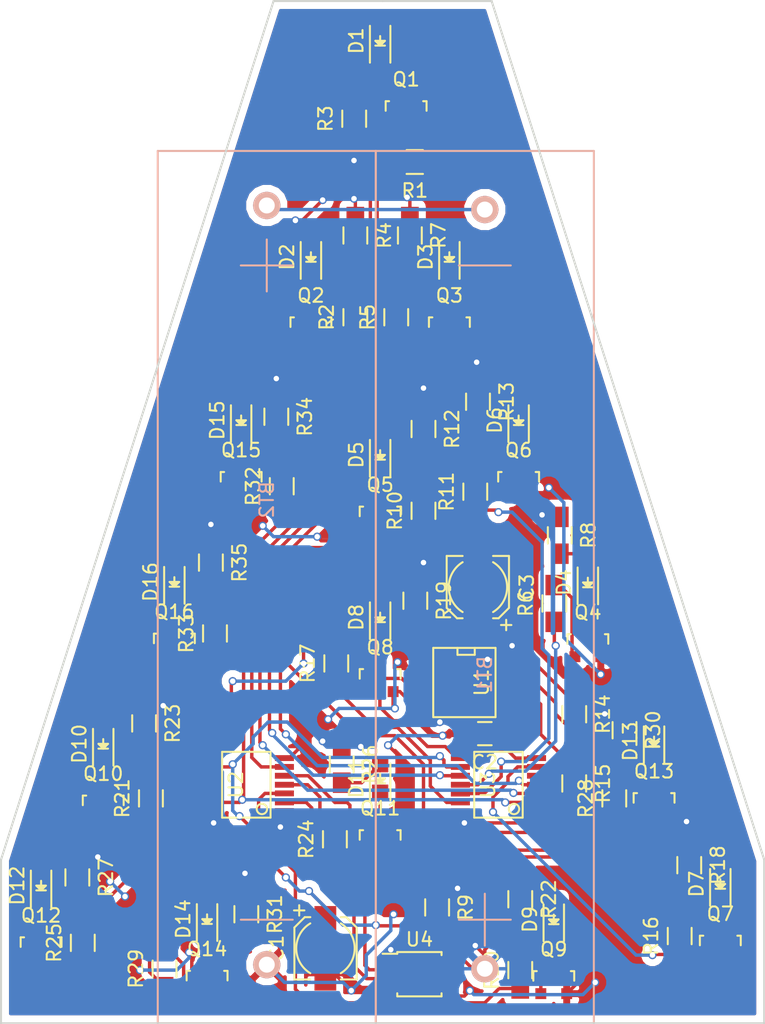
<source format=kicad_pcb>
(kicad_pcb (version 4) (host pcbnew 4.0.2-stable)
  (layers (0 F.Cu signal) (31 B.Cu signal) (34 B.Paste user) (35 F.Paste user) (36 B.SilkS user) (37 F.SilkS user) (38 B.Mask user) (39 F.Mask user) (44 Edge.Cuts user))
  (net 0 "")
  (net 1 /RESET)
  (net 2 GND)
  (net 3 "Net-(C2-Pad1)")
  (net 4 "Net-(C3-Pad1)")
  (net 5 "Net-(D1-Pad2)")
  (net 6 "Net-(D1-Pad1)")
  (net 7 "Net-(D2-Pad2)")
  (net 8 "Net-(D2-Pad1)")
  (net 9 "Net-(D3-Pad2)")
  (net 10 "Net-(D3-Pad1)")
  (net 11 "Net-(D4-Pad2)")
  (net 12 "Net-(D4-Pad1)")
  (net 13 "Net-(D5-Pad2)")
  (net 14 "Net-(D5-Pad1)")
  (net 15 "Net-(D6-Pad2)")
  (net 16 "Net-(D6-Pad1)")
  (net 17 "Net-(D7-Pad2)")
  (net 18 "Net-(D7-Pad1)")
  (net 19 "Net-(D8-Pad2)")
  (net 20 "Net-(D8-Pad1)")
  (net 21 "Net-(D9-Pad2)")
  (net 22 "Net-(D9-Pad1)")
  (net 23 "Net-(D10-Pad2)")
  (net 24 "Net-(D10-Pad1)")
  (net 25 "Net-(D11-Pad2)")
  (net 26 "Net-(D11-Pad1)")
  (net 27 "Net-(D12-Pad2)")
  (net 28 "Net-(D12-Pad1)")
  (net 29 "Net-(D13-Pad2)")
  (net 30 "Net-(D13-Pad1)")
  (net 31 "Net-(D14-Pad2)")
  (net 32 "Net-(D14-Pad1)")
  (net 33 "Net-(D15-Pad2)")
  (net 34 "Net-(D15-Pad1)")
  (net 35 "Net-(D16-Pad2)")
  (net 36 "Net-(D16-Pad1)")
  (net 37 "Net-(Q1-Pad1)")
  (net 38 "Net-(Q2-Pad1)")
  (net 39 "Net-(Q3-Pad1)")
  (net 40 "Net-(Q4-Pad1)")
  (net 41 "Net-(Q5-Pad1)")
  (net 42 "Net-(Q6-Pad1)")
  (net 43 "Net-(Q7-Pad1)")
  (net 44 "Net-(Q8-Pad1)")
  (net 45 "Net-(Q9-Pad1)")
  (net 46 "Net-(Q10-Pad1)")
  (net 47 "Net-(Q11-Pad1)")
  (net 48 "Net-(Q12-Pad1)")
  (net 49 "Net-(Q13-Pad1)")
  (net 50 "Net-(Q14-Pad1)")
  (net 51 "Net-(Q15-Pad1)")
  (net 52 "Net-(Q16-Pad1)")
  (net 53 /L9)
  (net 54 /L13)
  (net 55 /Vcc)
  (net 56 /L10)
  (net 57 /L14)
  (net 58 /L11)
  (net 59 /L15)
  (net 60 "Net-(R14-Pad2)")
  (net 61 /L12)
  (net 62 /L16)
  (net 63 /L1)
  (net 64 /L5)
  (net 65 /L2)
  (net 66 /L6)
  (net 67 /L3)
  (net 68 /L7)
  (net 69 /L4)
  (net 70 /L8)
  (net 71 /CLK)
  (net 72 /FB)
  (net 73 "Net-(U4-Pad6)")
  (net 74 "Net-(BT1-Pad2)")
  (module Capacitors_SMD:c_elec_4x4.5 (layer F.Cu) (at 79.8 152 270)
    (fp_text reference C1 (at 0 3.5814 450) (layer F.SilkS))
    (fp_text value 47uF)
    (fp_text user + (at -2.7813 1.9939 450) (layer F.SilkS))
    (pad 1 smd rect (at -1.8 0 90) (size 2.6 1.6) (layers F.Cu F.Paste F.Mask) (net 1 /RESET))
    (pad 2 smd rect (at 1.8 0 90) (size 2.6 1.6) (layers F.Cu F.Paste F.Mask) (net 2 GND))
  )
  (module Capacitors_SMD:C_0805_HandSoldering (layer F.Cu) (at 91.5 136.25 180)
    (fp_text reference C2 (at 0 -2.1 180) (layer F.SilkS))
    (fp_text value 10nF)
    (pad 1 smd rect (at -1.25 0 180) (size 1.5 1.25) (layers F.Cu F.Paste F.Mask) (net 3 "Net-(C2-Pad1)"))
    (pad 2 smd rect (at 1.25 0 180) (size 1.5 1.25) (layers F.Cu F.Paste F.Mask) (net 2 GND))
  )
  (module Capacitors_SMD:c_elec_4x4.5 (layer F.Cu) (at 91 125.5 90)
    (fp_text reference C3 (at 0 3.5814 270) (layer F.SilkS))
    (fp_text value 47uF)
    (fp_text user + (at -2.7813 1.9939 270) (layer F.SilkS))
    (pad 1 smd rect (at -1.8 0 270) (size 2.6 1.6) (layers F.Cu F.Paste F.Mask) (net 4 "Net-(C3-Pad1)"))
    (pad 2 smd rect (at 1.8 0 270) (size 2.6 1.6) (layers F.Cu F.Paste F.Mask) (net 2 GND))
  )
  (module LEDs:LED_0805 (layer F.Cu) (at 83.82 85.42 90)
    (fp_text reference D1 (at 0 -1.75 90) (layer F.SilkS))
    (fp_text value Led_Small)
    (pad 2 smd rect (at 1.04902 0 270) (size 1.19888 1.19888) (layers F.Cu F.Paste F.Mask) (net 5 "Net-(D1-Pad2)"))
    (pad 1 smd rect (at -1.04902 0 270) (size 1.19888 1.19888) (layers F.Cu F.Paste F.Mask) (net 6 "Net-(D1-Pad1)"))
  )
  (module LEDs:LED_0805 (layer F.Cu) (at 78.74 101.28 90)
    (fp_text reference D2 (at 0 -1.75 90) (layer F.SilkS))
    (fp_text value Led_Small)
    (pad 2 smd rect (at 1.04902 0 270) (size 1.19888 1.19888) (layers F.Cu F.Paste F.Mask) (net 7 "Net-(D2-Pad2)"))
    (pad 1 smd rect (at -1.04902 0 270) (size 1.19888 1.19888) (layers F.Cu F.Paste F.Mask) (net 8 "Net-(D2-Pad1)"))
  )
  (module LEDs:LED_0805 (layer F.Cu) (at 88.9 101.28 90)
    (fp_text reference D3 (at 0 -1.75 90) (layer F.SilkS))
    (fp_text value Led_Small)
    (pad 2 smd rect (at 1.04902 0 270) (size 1.19888 1.19888) (layers F.Cu F.Paste F.Mask) (net 9 "Net-(D3-Pad2)"))
    (pad 1 smd rect (at -1.04902 0 270) (size 1.19888 1.19888) (layers F.Cu F.Paste F.Mask) (net 10 "Net-(D3-Pad1)"))
  )
  (module LEDs:LED_0805 (layer F.Cu) (at 99.06 125.16 90)
    (fp_text reference D4 (at 0 -1.75 90) (layer F.SilkS))
    (fp_text value Led_Small)
    (pad 2 smd rect (at 1.04902 0 270) (size 1.19888 1.19888) (layers F.Cu F.Paste F.Mask) (net 11 "Net-(D4-Pad2)"))
    (pad 1 smd rect (at -1.04902 0 270) (size 1.19888 1.19888) (layers F.Cu F.Paste F.Mask) (net 12 "Net-(D4-Pad1)"))
  )
  (module LEDs:LED_0805 (layer F.Cu) (at 83.82 115.8 90)
    (fp_text reference D5 (at 0 -1.75 90) (layer F.SilkS))
    (fp_text value Led_Small)
    (pad 2 smd rect (at 1.04902 0 270) (size 1.19888 1.19888) (layers F.Cu F.Paste F.Mask) (net 13 "Net-(D5-Pad2)"))
    (pad 1 smd rect (at -1.04902 0 270) (size 1.19888 1.19888) (layers F.Cu F.Paste F.Mask) (net 14 "Net-(D5-Pad1)"))
  )
  (module LEDs:LED_0805 (layer F.Cu) (at 93.98 113.26 90)
    (fp_text reference D6 (at 0 -1.75 90) (layer F.SilkS))
    (fp_text value Led_Small)
    (pad 2 smd rect (at 1.04902 0 270) (size 1.19888 1.19888) (layers F.Cu F.Paste F.Mask) (net 15 "Net-(D6-Pad2)"))
    (pad 1 smd rect (at -1.04902 0 270) (size 1.19888 1.19888) (layers F.Cu F.Paste F.Mask) (net 16 "Net-(D6-Pad1)"))
  )
  (module LEDs:LED_0805 (layer F.Cu) (at 108.78 147.28 90)
    (fp_text reference D7 (at 0 -1.75 90) (layer F.SilkS))
    (fp_text value Led_Small)
    (pad 2 smd rect (at 1.04902 0 270) (size 1.19888 1.19888) (layers F.Cu F.Paste F.Mask) (net 17 "Net-(D7-Pad2)"))
    (pad 1 smd rect (at -1.04902 0 270) (size 1.19888 1.19888) (layers F.Cu F.Paste F.Mask) (net 18 "Net-(D7-Pad1)"))
  )
  (module LEDs:LED_0805 (layer F.Cu) (at 83.82 127.72 90)
    (fp_text reference D8 (at 0 -1.75 90) (layer F.SilkS))
    (fp_text value Led_Small)
    (pad 2 smd rect (at 1.04902 0 270) (size 1.19888 1.19888) (layers F.Cu F.Paste F.Mask) (net 19 "Net-(D8-Pad2)"))
    (pad 1 smd rect (at -1.04902 0 270) (size 1.19888 1.19888) (layers F.Cu F.Paste F.Mask) (net 20 "Net-(D8-Pad1)"))
  )
  (module LEDs:LED_0805 (layer F.Cu) (at 96.56 149.88 90)
    (fp_text reference D9 (at 0 -1.75 90) (layer F.SilkS))
    (fp_text value Led_Small)
    (pad 2 smd rect (at 1.04902 0 270) (size 1.19888 1.19888) (layers F.Cu F.Paste F.Mask) (net 21 "Net-(D9-Pad2)"))
    (pad 1 smd rect (at -1.04902 0 270) (size 1.19888 1.19888) (layers F.Cu F.Paste F.Mask) (net 22 "Net-(D9-Pad1)"))
  )
  (module LEDs:LED_0805 (layer F.Cu) (at 63.5 137 90)
    (fp_text reference D10 (at 0 -1.75 90) (layer F.SilkS))
    (fp_text value Led_Small)
    (pad 2 smd rect (at 1.04902 0 270) (size 1.19888 1.19888) (layers F.Cu F.Paste F.Mask) (net 23 "Net-(D10-Pad2)"))
    (pad 1 smd rect (at -1.04902 0 270) (size 1.19888 1.19888) (layers F.Cu F.Paste F.Mask) (net 24 "Net-(D10-Pad1)"))
  )
  (module LEDs:LED_0805 (layer F.Cu) (at 83.82 139.54 90)
    (fp_text reference D11 (at 0 -1.75 90) (layer F.SilkS))
    (fp_text value Led_Small)
    (pad 2 smd rect (at 1.04902 0 270) (size 1.19888 1.19888) (layers F.Cu F.Paste F.Mask) (net 25 "Net-(D11-Pad2)"))
    (pad 1 smd rect (at -1.04902 0 270) (size 1.19888 1.19888) (layers F.Cu F.Paste F.Mask) (net 26 "Net-(D11-Pad1)"))
  )
  (module LEDs:LED_0805 (layer F.Cu) (at 58.94 147.4 90)
    (fp_text reference D12 (at 0 -1.75 90) (layer F.SilkS))
    (fp_text value Led_Small)
    (pad 2 smd rect (at 1.04902 0 270) (size 1.19888 1.19888) (layers F.Cu F.Paste F.Mask) (net 27 "Net-(D12-Pad2)"))
    (pad 1 smd rect (at -1.04902 0 270) (size 1.19888 1.19888) (layers F.Cu F.Paste F.Mask) (net 28 "Net-(D12-Pad1)"))
  )
  (module LEDs:LED_0805 (layer F.Cu) (at 103.92 136.82 90)
    (fp_text reference D13 (at 0 -1.75 90) (layer F.SilkS))
    (fp_text value Led_Small)
    (pad 2 smd rect (at 1.04902 0 270) (size 1.19888 1.19888) (layers F.Cu F.Paste F.Mask) (net 29 "Net-(D13-Pad2)"))
    (pad 1 smd rect (at -1.04902 0 270) (size 1.19888 1.19888) (layers F.Cu F.Paste F.Mask) (net 30 "Net-(D13-Pad1)"))
  )
  (module LEDs:LED_0805 (layer F.Cu) (at 71.12 149.86 90)
    (fp_text reference D14 (at 0 -1.75 90) (layer F.SilkS))
    (fp_text value Led_Small)
    (pad 2 smd rect (at 1.04902 0 270) (size 1.19888 1.19888) (layers F.Cu F.Paste F.Mask) (net 31 "Net-(D14-Pad2)"))
    (pad 1 smd rect (at -1.04902 0 270) (size 1.19888 1.19888) (layers F.Cu F.Paste F.Mask) (net 32 "Net-(D14-Pad1)"))
  )
  (module LEDs:LED_0805 (layer F.Cu) (at 73.62 113.26 90)
    (fp_text reference D15 (at 0 -1.75 90) (layer F.SilkS))
    (fp_text value Led_Small)
    (pad 2 smd rect (at 1.04902 0 270) (size 1.19888 1.19888) (layers F.Cu F.Paste F.Mask) (net 33 "Net-(D15-Pad2)"))
    (pad 1 smd rect (at -1.04902 0 270) (size 1.19888 1.19888) (layers F.Cu F.Paste F.Mask) (net 34 "Net-(D15-Pad1)"))
  )
  (module LEDs:LED_0805 (layer F.Cu) (at 68.72 125.12 90)
    (fp_text reference D16 (at 0 -1.75 90) (layer F.SilkS))
    (fp_text value Led_Small)
    (pad 2 smd rect (at 1.04902 0 270) (size 1.19888 1.19888) (layers F.Cu F.Paste F.Mask) (net 35 "Net-(D16-Pad2)"))
    (pad 1 smd rect (at -1.04902 0 270) (size 1.19888 1.19888) (layers F.Cu F.Paste F.Mask) (net 36 "Net-(D16-Pad1)"))
  )
  (module TO_SOT_Packages_SMD:SOT-23 (layer F.Cu) (at 85.725 90.5)
    (fp_text reference Q1 (at 0 -2.25) (layer F.SilkS))
    (fp_text value Q_NPN_BEC)
    (pad 1 smd rect (at -0.95 1.00076) (size 0.8001 0.8001) (layers F.Cu F.Paste F.Mask) (net 37 "Net-(Q1-Pad1)"))
    (pad 2 smd rect (at 0.95 1.00076) (size 0.8001 0.8001) (layers F.Cu F.Paste F.Mask) (net 2 GND))
    (pad 3 smd rect (at 0 -0.99822) (size 0.8001 0.8001) (layers F.Cu F.Paste F.Mask) (net 6 "Net-(D1-Pad1)"))
  )
  (module TO_SOT_Packages_SMD:SOT-23 (layer F.Cu) (at 78.74 106.36)
    (fp_text reference Q2 (at 0 -2.25) (layer F.SilkS))
    (fp_text value Q_NPN_BEC)
    (pad 1 smd rect (at -0.95 1.00076) (size 0.8001 0.8001) (layers F.Cu F.Paste F.Mask) (net 38 "Net-(Q2-Pad1)"))
    (pad 2 smd rect (at 0.95 1.00076) (size 0.8001 0.8001) (layers F.Cu F.Paste F.Mask) (net 2 GND))
    (pad 3 smd rect (at 0 -0.99822) (size 0.8001 0.8001) (layers F.Cu F.Paste F.Mask) (net 8 "Net-(D2-Pad1)"))
  )
  (module TO_SOT_Packages_SMD:SOT-23 (layer F.Cu) (at 88.9 106.36)
    (fp_text reference Q3 (at 0 -2.25) (layer F.SilkS))
    (fp_text value Q_NPN_BEC)
    (pad 1 smd rect (at -0.95 1.00076) (size 0.8001 0.8001) (layers F.Cu F.Paste F.Mask) (net 39 "Net-(Q3-Pad1)"))
    (pad 2 smd rect (at 0.95 1.00076) (size 0.8001 0.8001) (layers F.Cu F.Paste F.Mask) (net 2 GND))
    (pad 3 smd rect (at 0 -0.99822) (size 0.8001 0.8001) (layers F.Cu F.Paste F.Mask) (net 10 "Net-(D3-Pad1)"))
  )
  (module TO_SOT_Packages_SMD:SOT-23 (layer F.Cu) (at 99.06 129.605)
    (fp_text reference Q4 (at 0 -2.25) (layer F.SilkS))
    (fp_text value Q_NPN_BEC)
    (pad 1 smd rect (at -0.95 1.00076) (size 0.8001 0.8001) (layers F.Cu F.Paste F.Mask) (net 40 "Net-(Q4-Pad1)"))
    (pad 2 smd rect (at 0.95 1.00076) (size 0.8001 0.8001) (layers F.Cu F.Paste F.Mask) (net 2 GND))
    (pad 3 smd rect (at 0 -0.99822) (size 0.8001 0.8001) (layers F.Cu F.Paste F.Mask) (net 12 "Net-(D4-Pad1)"))
  )
  (module TO_SOT_Packages_SMD:SOT-23 (layer F.Cu) (at 83.82 120.245)
    (fp_text reference Q5 (at 0 -2.25) (layer F.SilkS))
    (fp_text value Q_NPN_BEC)
    (pad 1 smd rect (at -0.95 1.00076) (size 0.8001 0.8001) (layers F.Cu F.Paste F.Mask) (net 41 "Net-(Q5-Pad1)"))
    (pad 2 smd rect (at 0.95 1.00076) (size 0.8001 0.8001) (layers F.Cu F.Paste F.Mask) (net 2 GND))
    (pad 3 smd rect (at 0 -0.99822) (size 0.8001 0.8001) (layers F.Cu F.Paste F.Mask) (net 14 "Net-(D5-Pad1)"))
  )
  (module TO_SOT_Packages_SMD:SOT-23 (layer F.Cu) (at 93.98 117.705)
    (fp_text reference Q6 (at 0 -2.25) (layer F.SilkS))
    (fp_text value Q_NPN_BEC)
    (pad 1 smd rect (at -0.95 1.00076) (size 0.8001 0.8001) (layers F.Cu F.Paste F.Mask) (net 42 "Net-(Q6-Pad1)"))
    (pad 2 smd rect (at 0.95 1.00076) (size 0.8001 0.8001) (layers F.Cu F.Paste F.Mask) (net 2 GND))
    (pad 3 smd rect (at 0 -0.99822) (size 0.8001 0.8001) (layers F.Cu F.Paste F.Mask) (net 16 "Net-(D6-Pad1)"))
  )
  (module TO_SOT_Packages_SMD:SOT-23 (layer F.Cu) (at 108.78 151.725)
    (fp_text reference Q7 (at 0 -2.25) (layer F.SilkS))
    (fp_text value Q_NPN_BEC)
    (pad 1 smd rect (at -0.95 1.00076) (size 0.8001 0.8001) (layers F.Cu F.Paste F.Mask) (net 43 "Net-(Q7-Pad1)"))
    (pad 2 smd rect (at 0.95 1.00076) (size 0.8001 0.8001) (layers F.Cu F.Paste F.Mask) (net 2 GND))
    (pad 3 smd rect (at 0 -0.99822) (size 0.8001 0.8001) (layers F.Cu F.Paste F.Mask) (net 18 "Net-(D7-Pad1)"))
  )
  (module TO_SOT_Packages_SMD:SOT-23 (layer F.Cu) (at 83.82 132.165)
    (fp_text reference Q8 (at 0 -2.25) (layer F.SilkS))
    (fp_text value Q_NPN_BEC)
    (pad 1 smd rect (at -0.95 1.00076) (size 0.8001 0.8001) (layers F.Cu F.Paste F.Mask) (net 44 "Net-(Q8-Pad1)"))
    (pad 2 smd rect (at 0.95 1.00076) (size 0.8001 0.8001) (layers F.Cu F.Paste F.Mask) (net 2 GND))
    (pad 3 smd rect (at 0 -0.99822) (size 0.8001 0.8001) (layers F.Cu F.Paste F.Mask) (net 20 "Net-(D8-Pad1)"))
  )
  (module TO_SOT_Packages_SMD:SOT-23 (layer F.Cu) (at 96.56 154.325)
    (fp_text reference Q9 (at 0 -2.25) (layer F.SilkS))
    (fp_text value Q_NPN_BEC)
    (pad 1 smd rect (at -0.95 1.00076) (size 0.8001 0.8001) (layers F.Cu F.Paste F.Mask) (net 45 "Net-(Q9-Pad1)"))
    (pad 2 smd rect (at 0.95 1.00076) (size 0.8001 0.8001) (layers F.Cu F.Paste F.Mask) (net 2 GND))
    (pad 3 smd rect (at 0 -0.99822) (size 0.8001 0.8001) (layers F.Cu F.Paste F.Mask) (net 22 "Net-(D9-Pad1)"))
  )
  (module TO_SOT_Packages_SMD:SOT-23 (layer F.Cu) (at 63.5 141.445)
    (fp_text reference Q10 (at 0 -2.25) (layer F.SilkS))
    (fp_text value Q_NPN_BEC)
    (pad 1 smd rect (at -0.95 1.00076) (size 0.8001 0.8001) (layers F.Cu F.Paste F.Mask) (net 46 "Net-(Q10-Pad1)"))
    (pad 2 smd rect (at 0.95 1.00076) (size 0.8001 0.8001) (layers F.Cu F.Paste F.Mask) (net 2 GND))
    (pad 3 smd rect (at 0 -0.99822) (size 0.8001 0.8001) (layers F.Cu F.Paste F.Mask) (net 24 "Net-(D10-Pad1)"))
  )
  (module TO_SOT_Packages_SMD:SOT-23 (layer F.Cu) (at 83.82 143.985)
    (fp_text reference Q11 (at 0 -2.25) (layer F.SilkS))
    (fp_text value Q_NPN_BEC)
    (pad 1 smd rect (at -0.95 1.00076) (size 0.8001 0.8001) (layers F.Cu F.Paste F.Mask) (net 47 "Net-(Q11-Pad1)"))
    (pad 2 smd rect (at 0.95 1.00076) (size 0.8001 0.8001) (layers F.Cu F.Paste F.Mask) (net 2 GND))
    (pad 3 smd rect (at 0 -0.99822) (size 0.8001 0.8001) (layers F.Cu F.Paste F.Mask) (net 26 "Net-(D11-Pad1)"))
  )
  (module TO_SOT_Packages_SMD:SOT-23 (layer F.Cu) (at 58.94 151.845)
    (fp_text reference Q12 (at 0 -2.25) (layer F.SilkS))
    (fp_text value Q_NPN_BEC)
    (pad 1 smd rect (at -0.95 1.00076) (size 0.8001 0.8001) (layers F.Cu F.Paste F.Mask) (net 48 "Net-(Q12-Pad1)"))
    (pad 2 smd rect (at 0.95 1.00076) (size 0.8001 0.8001) (layers F.Cu F.Paste F.Mask) (net 2 GND))
    (pad 3 smd rect (at 0 -0.99822) (size 0.8001 0.8001) (layers F.Cu F.Paste F.Mask) (net 28 "Net-(D12-Pad1)"))
  )
  (module TO_SOT_Packages_SMD:SOT-23 (layer F.Cu) (at 103.92 141.265)
    (fp_text reference Q13 (at 0 -2.25) (layer F.SilkS))
    (fp_text value Q_NPN_BEC)
    (pad 1 smd rect (at -0.95 1.00076) (size 0.8001 0.8001) (layers F.Cu F.Paste F.Mask) (net 49 "Net-(Q13-Pad1)"))
    (pad 2 smd rect (at 0.95 1.00076) (size 0.8001 0.8001) (layers F.Cu F.Paste F.Mask) (net 2 GND))
    (pad 3 smd rect (at 0 -0.99822) (size 0.8001 0.8001) (layers F.Cu F.Paste F.Mask) (net 30 "Net-(D13-Pad1)"))
  )
  (module TO_SOT_Packages_SMD:SOT-23 (layer F.Cu) (at 71.12 154.305)
    (fp_text reference Q14 (at 0 -2.25) (layer F.SilkS))
    (fp_text value Q_NPN_BEC)
    (pad 1 smd rect (at -0.95 1.00076) (size 0.8001 0.8001) (layers F.Cu F.Paste F.Mask) (net 50 "Net-(Q14-Pad1)"))
    (pad 2 smd rect (at 0.95 1.00076) (size 0.8001 0.8001) (layers F.Cu F.Paste F.Mask) (net 2 GND))
    (pad 3 smd rect (at 0 -0.99822) (size 0.8001 0.8001) (layers F.Cu F.Paste F.Mask) (net 32 "Net-(D14-Pad1)"))
  )
  (module TO_SOT_Packages_SMD:SOT-23 (layer F.Cu) (at 73.62 117.705)
    (fp_text reference Q15 (at 0 -2.25) (layer F.SilkS))
    (fp_text value Q_NPN_BEC)
    (pad 1 smd rect (at -0.95 1.00076) (size 0.8001 0.8001) (layers F.Cu F.Paste F.Mask) (net 51 "Net-(Q15-Pad1)"))
    (pad 2 smd rect (at 0.95 1.00076) (size 0.8001 0.8001) (layers F.Cu F.Paste F.Mask) (net 2 GND))
    (pad 3 smd rect (at 0 -0.99822) (size 0.8001 0.8001) (layers F.Cu F.Paste F.Mask) (net 34 "Net-(D15-Pad1)"))
  )
  (module TO_SOT_Packages_SMD:SOT-23 (layer F.Cu) (at 68.72 129.565)
    (fp_text reference Q16 (at 0 -2.25) (layer F.SilkS))
    (fp_text value Q_NPN_BEC)
    (pad 1 smd rect (at -0.95 1.00076) (size 0.8001 0.8001) (layers F.Cu F.Paste F.Mask) (net 52 "Net-(Q16-Pad1)"))
    (pad 2 smd rect (at 0.95 1.00076) (size 0.8001 0.8001) (layers F.Cu F.Paste F.Mask) (net 2 GND))
    (pad 3 smd rect (at 0 -0.99822) (size 0.8001 0.8001) (layers F.Cu F.Paste F.Mask) (net 36 "Net-(D16-Pad1)"))
  )
  (module Resistors_SMD:R_0805_HandSoldering (layer F.Cu) (at 86.36 94.31 180)
    (fp_text reference R1 (at 0 -2.1 180) (layer F.SilkS))
    (fp_text value 10K)
    (pad 1 smd rect (at -1.35 0 180) (size 1.5 1.3) (layers F.Cu F.Paste F.Mask) (net 53 /L9))
    (pad 2 smd rect (at 1.35 0 180) (size 1.5 1.3) (layers F.Cu F.Paste F.Mask) (net 37 "Net-(Q1-Pad1)"))
  )
  (module Resistors_SMD:R_0805_HandSoldering (layer F.Cu) (at 82 105.7 90)
    (fp_text reference R2 (at 0 -2.1 90) (layer F.SilkS))
    (fp_text value 10K)
    (pad 1 smd rect (at -1.35 0 90) (size 1.5 1.3) (layers F.Cu F.Paste F.Mask) (net 54 /L13))
    (pad 2 smd rect (at 1.35 0 90) (size 1.5 1.3) (layers F.Cu F.Paste F.Mask) (net 38 "Net-(Q2-Pad1)"))
  )
  (module Resistors_SMD:R_0805_HandSoldering (layer F.Cu) (at 81.915 91.135 90)
    (fp_text reference R3 (at 0 -2.1 90) (layer F.SilkS))
    (fp_text value 600)
    (pad 1 smd rect (at -1.35 0 90) (size 1.5 1.3) (layers F.Cu F.Paste F.Mask) (net 55 /Vcc))
    (pad 2 smd rect (at 1.35 0 90) (size 1.5 1.3) (layers F.Cu F.Paste F.Mask) (net 5 "Net-(D1-Pad2)"))
  )
  (module Resistors_SMD:R_0805_HandSoldering (layer F.Cu) (at 82 99.7 270)
    (fp_text reference R4 (at 0 -2.1 270) (layer F.SilkS))
    (fp_text value 600)
    (pad 1 smd rect (at -1.35 0 270) (size 1.5 1.3) (layers F.Cu F.Paste F.Mask) (net 55 /Vcc))
    (pad 2 smd rect (at 1.35 0 270) (size 1.5 1.3) (layers F.Cu F.Paste F.Mask) (net 7 "Net-(D2-Pad2)"))
  )
  (module Resistors_SMD:R_0805_HandSoldering (layer F.Cu) (at 85 105.7 90)
    (fp_text reference R5 (at 0 -2.1 90) (layer F.SilkS))
    (fp_text value 10K)
    (pad 1 smd rect (at -1.35 0 90) (size 1.5 1.3) (layers F.Cu F.Paste F.Mask) (net 56 /L10))
    (pad 2 smd rect (at 1.35 0 90) (size 1.5 1.3) (layers F.Cu F.Paste F.Mask) (net 39 "Net-(Q3-Pad1)"))
  )
  (module Resistors_SMD:R_0805_HandSoldering (layer F.Cu) (at 96.6 126.7 90)
    (fp_text reference R6 (at 0 -2.1 90) (layer F.SilkS))
    (fp_text value 10K)
    (pad 1 smd rect (at -1.35 0 90) (size 1.5 1.3) (layers F.Cu F.Paste F.Mask) (net 57 /L14))
    (pad 2 smd rect (at 1.35 0 90) (size 1.5 1.3) (layers F.Cu F.Paste F.Mask) (net 40 "Net-(Q4-Pad1)"))
  )
  (module Resistors_SMD:R_0805_HandSoldering (layer F.Cu) (at 86 99.7 270)
    (fp_text reference R7 (at 0 -2.1 270) (layer F.SilkS))
    (fp_text value 600)
    (pad 1 smd rect (at -1.35 0 270) (size 1.5 1.3) (layers F.Cu F.Paste F.Mask) (net 55 /Vcc))
    (pad 2 smd rect (at 1.35 0 270) (size 1.5 1.3) (layers F.Cu F.Paste F.Mask) (net 9 "Net-(D3-Pad2)"))
  )
  (module Resistors_SMD:R_0805_HandSoldering (layer F.Cu) (at 97 121.7 270)
    (fp_text reference R8 (at 0 -2.1 270) (layer F.SilkS))
    (fp_text value 600)
    (pad 1 smd rect (at -1.35 0 270) (size 1.5 1.3) (layers F.Cu F.Paste F.Mask) (net 55 /Vcc))
    (pad 2 smd rect (at 1.35 0 270) (size 1.5 1.3) (layers F.Cu F.Paste F.Mask) (net 11 "Net-(D4-Pad2)"))
  )
  (module Resistors_SMD:R_0805_HandSoldering (layer F.Cu) (at 88 149 270)
    (fp_text reference R9 (at 0 -2.1 270) (layer F.SilkS))
    (fp_text value 10K)
    (pad 1 smd rect (at -1.35 0 270) (size 1.5 1.3) (layers F.Cu F.Paste F.Mask) (net 55 /Vcc))
    (pad 2 smd rect (at 1.35 0 270) (size 1.5 1.3) (layers F.Cu F.Paste F.Mask) (net 1 /RESET))
  )
  (module Resistors_SMD:R_0805_HandSoldering (layer F.Cu) (at 87 119.9 90)
    (fp_text reference R10 (at 0 -2.1 90) (layer F.SilkS))
    (fp_text value 10K)
    (pad 1 smd rect (at -1.35 0 90) (size 1.5 1.3) (layers F.Cu F.Paste F.Mask) (net 58 /L11))
    (pad 2 smd rect (at 1.35 0 90) (size 1.5 1.3) (layers F.Cu F.Paste F.Mask) (net 41 "Net-(Q5-Pad1)"))
  )
  (module Resistors_SMD:R_0805_HandSoldering (layer F.Cu) (at 90.8 118.5 90)
    (fp_text reference R11 (at 0 -2.1 90) (layer F.SilkS))
    (fp_text value 10K)
    (pad 1 smd rect (at -1.35 0 90) (size 1.5 1.3) (layers F.Cu F.Paste F.Mask) (net 59 /L15))
    (pad 2 smd rect (at 1.35 0 90) (size 1.5 1.3) (layers F.Cu F.Paste F.Mask) (net 42 "Net-(Q6-Pad1)"))
  )
  (module Resistors_SMD:R_0805_HandSoldering (layer F.Cu) (at 87 113.9 270)
    (fp_text reference R12 (at 0 -2.1 270) (layer F.SilkS))
    (fp_text value 600)
    (pad 1 smd rect (at -1.35 0 270) (size 1.5 1.3) (layers F.Cu F.Paste F.Mask) (net 55 /Vcc))
    (pad 2 smd rect (at 1.35 0 270) (size 1.5 1.3) (layers F.Cu F.Paste F.Mask) (net 13 "Net-(D5-Pad2)"))
  )
  (module Resistors_SMD:R_0805_HandSoldering (layer F.Cu) (at 91 111.9 270)
    (fp_text reference R13 (at 0 -2.1 270) (layer F.SilkS))
    (fp_text value 600)
    (pad 1 smd rect (at -1.35 0 270) (size 1.5 1.3) (layers F.Cu F.Paste F.Mask) (net 55 /Vcc))
    (pad 2 smd rect (at 1.35 0 270) (size 1.5 1.3) (layers F.Cu F.Paste F.Mask) (net 15 "Net-(D6-Pad2)"))
  )
  (module Resistors_SMD:R_0805_HandSoldering (layer F.Cu) (at 98.06 134.825 270)
    (fp_text reference R14 (at 0 -2.1 270) (layer F.SilkS))
    (fp_text value 10K)
    (pad 1 smd rect (at -1.35 0 270) (size 1.5 1.3) (layers F.Cu F.Paste F.Mask) (net 55 /Vcc))
    (pad 2 smd rect (at 1.35 0 270) (size 1.5 1.3) (layers F.Cu F.Paste F.Mask) (net 60 "Net-(R14-Pad2)"))
  )
  (module Resistors_SMD:R_0805_HandSoldering (layer F.Cu) (at 98.06 139.905 270)
    (fp_text reference R15 (at 0 -2.1 270) (layer F.SilkS))
    (fp_text value 10K)
    (pad 1 smd rect (at -1.35 0 270) (size 1.5 1.3) (layers F.Cu F.Paste F.Mask) (net 60 "Net-(R14-Pad2)"))
    (pad 2 smd rect (at 1.35 0 270) (size 1.5 1.3) (layers F.Cu F.Paste F.Mask) (net 4 "Net-(C3-Pad1)"))
  )
  (module Resistors_SMD:R_0805_HandSoldering (layer F.Cu) (at 105.8 151.1 90)
    (fp_text reference R16 (at 0 -2.1 90) (layer F.SilkS))
    (fp_text value 10K)
    (pad 1 smd rect (at -1.35 0 90) (size 1.5 1.3) (layers F.Cu F.Paste F.Mask) (net 61 /L12))
    (pad 2 smd rect (at 1.35 0 90) (size 1.5 1.3) (layers F.Cu F.Paste F.Mask) (net 43 "Net-(Q7-Pad1)"))
  )
  (module Resistors_SMD:R_0805_HandSoldering (layer F.Cu) (at 80.6 131.1 90)
    (fp_text reference R17 (at 0 -2.1 90) (layer F.SilkS))
    (fp_text value 10K)
    (pad 1 smd rect (at -1.35 0 90) (size 1.5 1.3) (layers F.Cu F.Paste F.Mask) (net 62 /L16))
    (pad 2 smd rect (at 1.35 0 90) (size 1.5 1.3) (layers F.Cu F.Paste F.Mask) (net 44 "Net-(Q8-Pad1)"))
  )
  (module Resistors_SMD:R_0805_HandSoldering (layer F.Cu) (at 106.5 145.9 270)
    (fp_text reference R18 (at 0 -2.1 270) (layer F.SilkS))
    (fp_text value 600)
    (pad 1 smd rect (at -1.35 0 270) (size 1.5 1.3) (layers F.Cu F.Paste F.Mask) (net 55 /Vcc))
    (pad 2 smd rect (at 1.35 0 270) (size 1.5 1.3) (layers F.Cu F.Paste F.Mask) (net 17 "Net-(D7-Pad2)"))
  )
  (module Resistors_SMD:R_0805_HandSoldering (layer F.Cu) (at 86.4 126.5 270)
    (fp_text reference R19 (at 0 -2.1 270) (layer F.SilkS))
    (fp_text value 600)
    (pad 1 smd rect (at -1.35 0 270) (size 1.5 1.3) (layers F.Cu F.Paste F.Mask) (net 55 /Vcc))
    (pad 2 smd rect (at 1.35 0 270) (size 1.5 1.3) (layers F.Cu F.Paste F.Mask) (net 19 "Net-(D8-Pad2)"))
  )
  (module Resistors_SMD:R_0805_HandSoldering (layer F.Cu) (at 94.1 153.6 90)
    (fp_text reference R20 (at 0 -2.1 90) (layer F.SilkS))
    (fp_text value 10K)
    (pad 1 smd rect (at -1.35 0 90) (size 1.5 1.3) (layers F.Cu F.Paste F.Mask) (net 63 /L1))
    (pad 2 smd rect (at 1.35 0 90) (size 1.5 1.3) (layers F.Cu F.Paste F.Mask) (net 45 "Net-(Q9-Pad1)"))
  )
  (module Resistors_SMD:R_0805_HandSoldering (layer F.Cu) (at 67 141 90)
    (fp_text reference R21 (at 0 -2.1 90) (layer F.SilkS))
    (fp_text value 10K)
    (pad 1 smd rect (at -1.35 0 90) (size 1.5 1.3) (layers F.Cu F.Paste F.Mask) (net 64 /L5))
    (pad 2 smd rect (at 1.35 0 90) (size 1.5 1.3) (layers F.Cu F.Paste F.Mask) (net 46 "Net-(Q10-Pad1)"))
  )
  (module Resistors_SMD:R_0805_HandSoldering (layer F.Cu) (at 94.1 148.4 270)
    (fp_text reference R22 (at 0 -2.1 270) (layer F.SilkS))
    (fp_text value 600)
    (pad 1 smd rect (at -1.35 0 270) (size 1.5 1.3) (layers F.Cu F.Paste F.Mask) (net 55 /Vcc))
    (pad 2 smd rect (at 1.35 0 270) (size 1.5 1.3) (layers F.Cu F.Paste F.Mask) (net 21 "Net-(D9-Pad2)"))
  )
  (module Resistors_SMD:R_0805_HandSoldering (layer F.Cu) (at 66.5 135.5 270)
    (fp_text reference R23 (at 0 -2.1 270) (layer F.SilkS))
    (fp_text value 600)
    (pad 1 smd rect (at -1.35 0 270) (size 1.5 1.3) (layers F.Cu F.Paste F.Mask) (net 55 /Vcc))
    (pad 2 smd rect (at 1.35 0 270) (size 1.5 1.3) (layers F.Cu F.Paste F.Mask) (net 23 "Net-(D10-Pad2)"))
  )
  (module Resistors_SMD:R_0805_HandSoldering (layer F.Cu) (at 80.5 144 90)
    (fp_text reference R24 (at 0 -2.1 90) (layer F.SilkS))
    (fp_text value 10K)
    (pad 1 smd rect (at -1.35 0 90) (size 1.5 1.3) (layers F.Cu F.Paste F.Mask) (net 65 /L2))
    (pad 2 smd rect (at 1.35 0 90) (size 1.5 1.3) (layers F.Cu F.Paste F.Mask) (net 47 "Net-(Q11-Pad1)"))
  )
  (module Resistors_SMD:R_0805_HandSoldering (layer F.Cu) (at 62 151.6 90)
    (fp_text reference R25 (at 0 -2.1 90) (layer F.SilkS))
    (fp_text value 10K)
    (pad 1 smd rect (at -1.35 0 90) (size 1.5 1.3) (layers F.Cu F.Paste F.Mask) (net 66 /L6))
    (pad 2 smd rect (at 1.35 0 90) (size 1.5 1.3) (layers F.Cu F.Paste F.Mask) (net 48 "Net-(Q12-Pad1)"))
  )
  (module Resistors_SMD:R_0805_HandSoldering (layer F.Cu) (at 81 138.5 270)
    (fp_text reference R26 (at 0 -2.1 270) (layer F.SilkS))
    (fp_text value 600)
    (pad 1 smd rect (at -1.35 0 270) (size 1.5 1.3) (layers F.Cu F.Paste F.Mask) (net 55 /Vcc))
    (pad 2 smd rect (at 1.35 0 270) (size 1.5 1.3) (layers F.Cu F.Paste F.Mask) (net 25 "Net-(D11-Pad2)"))
  )
  (module Resistors_SMD:R_0805_HandSoldering (layer F.Cu) (at 61.6 146.8 270)
    (fp_text reference R27 (at 0 -2.1 270) (layer F.SilkS))
    (fp_text value 600)
    (pad 1 smd rect (at -1.35 0 270) (size 1.5 1.3) (layers F.Cu F.Paste F.Mask) (net 55 /Vcc))
    (pad 2 smd rect (at 1.35 0 270) (size 1.5 1.3) (layers F.Cu F.Paste F.Mask) (net 27 "Net-(D12-Pad2)"))
  )
  (module Resistors_SMD:R_0805_HandSoldering (layer F.Cu) (at 101 141 90)
    (fp_text reference R28 (at 0 -2.1 90) (layer F.SilkS))
    (fp_text value 10K)
    (pad 1 smd rect (at -1.35 0 90) (size 1.5 1.3) (layers F.Cu F.Paste F.Mask) (net 67 /L3))
    (pad 2 smd rect (at 1.35 0 90) (size 1.5 1.3) (layers F.Cu F.Paste F.Mask) (net 49 "Net-(Q13-Pad1)"))
  )
  (module Resistors_SMD:R_0805_HandSoldering (layer F.Cu) (at 68 153.5 90)
    (fp_text reference R29 (at 0 -2.1 90) (layer F.SilkS))
    (fp_text value 10K)
    (pad 1 smd rect (at -1.35 0 90) (size 1.5 1.3) (layers F.Cu F.Paste F.Mask) (net 68 /L7))
    (pad 2 smd rect (at 1.35 0 90) (size 1.5 1.3) (layers F.Cu F.Paste F.Mask) (net 50 "Net-(Q14-Pad1)"))
  )
  (module Resistors_SMD:R_0805_HandSoldering (layer F.Cu) (at 101.75 136 270)
    (fp_text reference R30 (at 0 -2.1 270) (layer F.SilkS))
    (fp_text value 600)
    (pad 1 smd rect (at -1.35 0 270) (size 1.5 1.3) (layers F.Cu F.Paste F.Mask) (net 55 /Vcc))
    (pad 2 smd rect (at 1.35 0 270) (size 1.5 1.3) (layers F.Cu F.Paste F.Mask) (net 29 "Net-(D13-Pad2)"))
  )
  (module Resistors_SMD:R_0805_HandSoldering (layer F.Cu) (at 74 149.5 270)
    (fp_text reference R31 (at 0 -2.1 270) (layer F.SilkS))
    (fp_text value 600)
    (pad 1 smd rect (at -1.35 0 270) (size 1.5 1.3) (layers F.Cu F.Paste F.Mask) (net 55 /Vcc))
    (pad 2 smd rect (at 1.35 0 270) (size 1.5 1.3) (layers F.Cu F.Paste F.Mask) (net 31 "Net-(D14-Pad2)"))
  )
  (module Resistors_SMD:R_0805_HandSoldering (layer F.Cu) (at 76.6 118.1 90)
    (fp_text reference R32 (at 0 -2.1 90) (layer F.SilkS))
    (fp_text value 10K)
    (pad 1 smd rect (at -1.35 0 90) (size 1.5 1.3) (layers F.Cu F.Paste F.Mask) (net 69 /L4))
    (pad 2 smd rect (at 1.35 0 90) (size 1.5 1.3) (layers F.Cu F.Paste F.Mask) (net 51 "Net-(Q15-Pad1)"))
  )
  (module Resistors_SMD:R_0805_HandSoldering (layer F.Cu) (at 71.7 128.9 90)
    (fp_text reference R33 (at 0 -2.1 90) (layer F.SilkS))
    (fp_text value 10K)
    (pad 1 smd rect (at -1.35 0 90) (size 1.5 1.3) (layers F.Cu F.Paste F.Mask) (net 70 /L8))
    (pad 2 smd rect (at 1.35 0 90) (size 1.5 1.3) (layers F.Cu F.Paste F.Mask) (net 52 "Net-(Q16-Pad1)"))
  )
  (module Resistors_SMD:R_0805_HandSoldering (layer F.Cu) (at 76.2 113 270)
    (fp_text reference R34 (at 0 -2.1 270) (layer F.SilkS))
    (fp_text value 600)
    (pad 1 smd rect (at -1.35 0 270) (size 1.5 1.3) (layers F.Cu F.Paste F.Mask) (net 55 /Vcc))
    (pad 2 smd rect (at 1.35 0 270) (size 1.5 1.3) (layers F.Cu F.Paste F.Mask) (net 33 "Net-(D15-Pad2)"))
  )
  (module Resistors_SMD:R_0805_HandSoldering (layer F.Cu) (at 71.4 123.7 270)
    (fp_text reference R35 (at 0 -2.1 270) (layer F.SilkS))
    (fp_text value 600)
    (pad 1 smd rect (at -1.35 0 270) (size 1.5 1.3) (layers F.Cu F.Paste F.Mask) (net 55 /Vcc))
    (pad 2 smd rect (at 1.35 0 270) (size 1.5 1.3) (layers F.Cu F.Paste F.Mask) (net 35 "Net-(D16-Pad2)"))
  )
  (module SMD_Packages:SOIC-8-N (layer F.Cu) (at 90 132.5 270)
    (fp_text reference U1 (at 0 -1.27 270) (layer F.SilkS))
    (fp_text value 555)
    (pad 8 smd rect (at -1.905 -3.175 270) (size 0.508 1.143) (layers F.Cu F.Paste F.Mask) (net 55 /Vcc))
    (pad 7 smd rect (at -0.635 -3.175 270) (size 0.508 1.143) (layers F.Cu F.Paste F.Mask) (net 60 "Net-(R14-Pad2)"))
    (pad 6 smd rect (at 0.635 -3.175 270) (size 0.508 1.143) (layers F.Cu F.Paste F.Mask) (net 4 "Net-(C3-Pad1)"))
    (pad 5 smd rect (at 1.905 -3.175 270) (size 0.508 1.143) (layers F.Cu F.Paste F.Mask) (net 3 "Net-(C2-Pad1)"))
    (pad 4 smd rect (at 1.905 3.175 270) (size 0.508 1.143) (layers F.Cu F.Paste F.Mask) (net 55 /Vcc))
    (pad 3 smd rect (at 0.635 3.175 270) (size 0.508 1.143) (layers F.Cu F.Paste F.Mask) (net 71 /CLK))
    (pad 2 smd rect (at -0.635 3.175 270) (size 0.508 1.143) (layers F.Cu F.Paste F.Mask) (net 4 "Net-(C3-Pad1)"))
    (pad 1 smd rect (at -1.905 3.175 270) (size 0.508 1.143) (layers F.Cu F.Paste F.Mask) (net 2 GND))
  )
  (module SMD_Packages:SSOP-14 (layer F.Cu) (at 74 140 90)
    (fp_text reference U2 (at 0 -0.762 90) (layer F.SilkS))
    (fp_text value MC74HC164A)
    (pad 1 smd rect (at -1.9304 2.794 90) (size 0.4318 1.397) (layers F.Cu F.Paste F.Mask) (net 55 /Vcc))
    (pad 2 smd rect (at -1.2954 2.794 90) (size 0.4318 1.397) (layers F.Cu F.Paste F.Mask) (net 72 /FB))
    (pad 3 smd rect (at -0.635 2.794 90) (size 0.4318 1.397) (layers F.Cu F.Paste F.Mask) (net 63 /L1))
    (pad 4 smd rect (at 0 2.794 90) (size 0.4318 1.397) (layers F.Cu F.Paste F.Mask) (net 65 /L2))
    (pad 5 smd rect (at 0.6604 2.794 90) (size 0.4318 1.397) (layers F.Cu F.Paste F.Mask) (net 67 /L3))
    (pad 6 smd rect (at 1.3081 2.794 90) (size 0.4318 1.397) (layers F.Cu F.Paste F.Mask) (net 69 /L4))
    (pad 7 smd rect (at 1.9558 2.794 90) (size 0.4318 1.397) (layers F.Cu F.Paste F.Mask) (net 2 GND))
    (pad 8 smd rect (at 1.9558 -2.794 90) (size 0.4318 1.397) (layers F.Cu F.Paste F.Mask) (net 71 /CLK))
    (pad 9 smd rect (at 1.3081 -2.794 90) (size 0.4318 1.397) (layers F.Cu F.Paste F.Mask) (net 1 /RESET))
    (pad 10 smd rect (at 0.6604 -2.794 90) (size 0.4318 1.397) (layers F.Cu F.Paste F.Mask) (net 64 /L5))
    (pad 11 smd rect (at 0 -2.794 90) (size 0.4318 1.397) (layers F.Cu F.Paste F.Mask) (net 66 /L6))
    (pad 12 smd rect (at -0.6477 -2.794 90) (size 0.4318 1.397) (layers F.Cu F.Paste F.Mask) (net 68 /L7))
    (pad 13 smd rect (at -1.2954 -2.794 90) (size 0.4318 1.397) (layers F.Cu F.Paste F.Mask) (net 70 /L8))
    (pad 14 smd rect (at -1.9431 -2.794 90) (size 0.4318 1.397) (layers F.Cu F.Paste F.Mask) (net 55 /Vcc))
  )
  (module SMD_Packages:SSOP-14 (layer F.Cu) (at 92.5 140 90)
    (fp_text reference U3 (at 0 -0.762 90) (layer F.SilkS))
    (fp_text value MC74HC164A)
    (pad 1 smd rect (at -1.9304 2.794 90) (size 0.4318 1.397) (layers F.Cu F.Paste F.Mask) (net 55 /Vcc))
    (pad 2 smd rect (at -1.2954 2.794 90) (size 0.4318 1.397) (layers F.Cu F.Paste F.Mask) (net 70 /L8))
    (pad 3 smd rect (at -0.635 2.794 90) (size 0.4318 1.397) (layers F.Cu F.Paste F.Mask) (net 53 /L9))
    (pad 4 smd rect (at 0 2.794 90) (size 0.4318 1.397) (layers F.Cu F.Paste F.Mask) (net 56 /L10))
    (pad 5 smd rect (at 0.6604 2.794 90) (size 0.4318 1.397) (layers F.Cu F.Paste F.Mask) (net 58 /L11))
    (pad 6 smd rect (at 1.3081 2.794 90) (size 0.4318 1.397) (layers F.Cu F.Paste F.Mask) (net 61 /L12))
    (pad 7 smd rect (at 1.9558 2.794 90) (size 0.4318 1.397) (layers F.Cu F.Paste F.Mask) (net 2 GND))
    (pad 8 smd rect (at 1.9558 -2.794 90) (size 0.4318 1.397) (layers F.Cu F.Paste F.Mask) (net 71 /CLK))
    (pad 9 smd rect (at 1.3081 -2.794 90) (size 0.4318 1.397) (layers F.Cu F.Paste F.Mask) (net 1 /RESET))
    (pad 10 smd rect (at 0.6604 -2.794 90) (size 0.4318 1.397) (layers F.Cu F.Paste F.Mask) (net 54 /L13))
    (pad 11 smd rect (at 0 -2.794 90) (size 0.4318 1.397) (layers F.Cu F.Paste F.Mask) (net 57 /L14))
    (pad 12 smd rect (at -0.6477 -2.794 90) (size 0.4318 1.397) (layers F.Cu F.Paste F.Mask) (net 59 /L15))
    (pad 13 smd rect (at -1.2954 -2.794 90) (size 0.4318 1.397) (layers F.Cu F.Paste F.Mask) (net 62 /L16))
    (pad 14 smd rect (at -1.9431 -2.794 90) (size 0.4318 1.397) (layers F.Cu F.Paste F.Mask) (net 55 /Vcc))
  )
  (module Housings_SSOP:TSSOP-8_3x3mm_Pitch0.65mm (layer F.Cu) (at 86.7 153.9)
    (fp_text reference U4 (at 0 -2.55) (layer F.SilkS))
    (fp_text value 74LVC2G86)
    (pad 1 smd rect (at -2.15 -0.975) (size 1.1 0.4) (layers F.Cu F.Paste F.Mask) (net 55 /Vcc))
    (pad 2 smd rect (at -2.15 -0.325) (size 1.1 0.4) (layers F.Cu F.Paste F.Mask) (net 67 /L3))
    (pad 3 smd rect (at -2.15 0.325) (size 1.1 0.4) (layers F.Cu F.Paste F.Mask) (net 72 /FB))
    (pad 4 smd rect (at -2.15 0.975) (size 1.1 0.4) (layers F.Cu F.Paste F.Mask) (net 2 GND))
    (pad 5 smd rect (at 2.15 0.975) (size 1.1 0.4) (layers F.Cu F.Paste F.Mask) (net 58 /L11))
    (pad 6 smd rect (at 2.15 0.325) (size 1.1 0.4) (layers F.Cu F.Paste F.Mask) (net 73 "Net-(U4-Pad6)"))
    (pad 7 smd rect (at 2.15 -0.325) (size 1.1 0.4) (layers F.Cu F.Paste F.Mask) (net 73 "Net-(U4-Pad6)"))
    (pad 8 smd rect (at 2.15 -0.975) (size 1.1 0.4) (layers F.Cu F.Paste F.Mask) (net 55 /Vcc))
  )
  (module Custom:Battery (layer B.Cu) (at 91.5 153.5 180)
    (fp_text reference BT1 (at 0 21.59 450) (layer B.SilkS) (effects (justify mirror)))
    (fp_text value Battery)
    (fp_text user - (at 0 52 180) (layer B.SilkS) (effects (font (size 5 5)) (justify mirror)))
    (fp_text user + (at 0 4 180) (layer B.SilkS) (effects (font (size 5 5)) (justify mirror)))
    (pad 1 thru_hole circle (at 0 0 180) (size 2 2) (drill 1.17) (layers *.Cu *.Mask B.SilkS) (net 55 /Vcc))
    (pad 2 thru_hole circle (at 0 55.7 180) (size 2 2) (drill 1.17) (layers *.Cu *.Mask B.SilkS) (net 74 "Net-(BT1-Pad2)"))
  )
  (module Custom:Battery (layer B.Cu) (at 75.5 97.5)
    (fp_text reference BT2 (at 0 21.59 270) (layer B.SilkS) (effects (justify mirror)))
    (fp_text value Battery)
    (fp_text user - (at 0 52) (layer B.SilkS) (effects (font (size 5 5)) (justify mirror)))
    (fp_text user + (at 0 4) (layer B.SilkS) (effects (font (size 5 5)) (justify mirror)))
    (pad 1 thru_hole circle (at 0 0) (size 2 2) (drill 1.17) (layers *.Cu *.Mask B.SilkS) (net 74 "Net-(BT1-Pad2)"))
    (pad 2 thru_hole circle (at 0 55.7) (size 2 2) (drill 1.17) (layers *.Cu *.Mask B.SilkS) (net 2 GND))
  )
  (gr_line (start 112 157.5) (end 56 157.5) (angle 90) (layer Edge.Cuts) (width 0.15))
  (gr_line (start 76 82.5) (end 84 82.5) (angle 90) (layer Edge.Cuts) (width 0.15))
  (gr_line (start 56 145.5) (end 76 82.5) (angle 90) (layer Edge.Cuts) (width 0.15))
  (gr_line (start 56 157.5) (end 56 145.5) (angle 90) (layer Edge.Cuts) (width 0.15))
  (gr_line (start 112 145.5) (end 112 157.5) (angle 90) (layer Edge.Cuts) (width 0.15))
  (gr_line (start 92 82.5) (end 112 145.5) (angle 90) (layer Edge.Cuts) (width 0.15))
  (gr_line (start 84 82.5) (end 92 82.5) (angle 90) (layer Edge.Cuts) (width 0.15))
  (segment (start 73 138.5) (end 73 141.9) (width 0.25) (layer B.Cu) (net 1))
  (segment (start 77.9 147.8) (end 78.6 147.8) (width 0.25) (layer B.Cu) (net 1))
  (segment (start 76.9 146.8) (end 77.9 147.8) (width 0.25) (layer B.Cu) (net 1))
  (via (at 76.9 146.8) (size 0.6) (drill 0.4) (layers F.Cu B.Cu) (net 1))
  (segment (start 74.3 144.2) (end 76.9 146.8) (width 0.25) (layer F.Cu) (net 1))
  (segment (start 74.3 143.1) (end 74.3 144.2) (width 0.25) (layer F.Cu) (net 1))
  (segment (start 73.5 142.3) (end 74.3 143.1) (width 0.25) (layer F.Cu) (net 1))
  (via (at 73.5 142.3) (size 0.6) (drill 0.4) (layers F.Cu B.Cu) (net 1))
  (segment (start 73.4 142.3) (end 73.5 142.3) (width 0.25) (layer B.Cu) (net 1))
  (segment (start 73 141.9) (end 73.4 142.3) (width 0.25) (layer B.Cu) (net 1))
  (segment (start 79.8 150.2) (end 79.8 149) (width 0.25) (layer F.Cu) (net 1))
  (segment (start 79.8 149) (end 78.6 147.8) (width 0.25) (layer F.Cu) (net 1))
  (via (at 78.6 147.8) (size 0.6) (drill 0.4) (layers F.Cu B.Cu) (net 1))
  (segment (start 78.6 147.8) (end 81.1 150.3) (width 0.25) (layer B.Cu) (net 1))
  (segment (start 83.55 150.35) (end 88 150.35) (width 0.25) (layer F.Cu) (net 1))
  (segment (start 83.5 150.3) (end 83.55 150.35) (width 0.25) (layer F.Cu) (net 1))
  (via (at 83.5 150.3) (size 0.6) (drill 0.4) (layers F.Cu B.Cu) (net 1))
  (segment (start 81.1 150.3) (end 83.5 150.3) (width 0.25) (layer B.Cu) (net 1))
  (segment (start 71.206 138.6919) (end 72.8081 138.6919) (width 0.25) (layer F.Cu) (net 1))
  (segment (start 88.6919 138.6919) (end 89.706 138.6919) (width 0.25) (layer F.Cu) (net 1))
  (segment (start 88.5 138.5) (end 88.6919 138.6919) (width 0.25) (layer F.Cu) (net 1))
  (segment (start 88.5 138.2) (end 88.5 138.5) (width 0.25) (layer F.Cu) (net 1))
  (segment (start 88.2 137.9) (end 88.5 138.2) (width 0.25) (layer F.Cu) (net 1))
  (via (at 88.2 137.9) (size 0.6) (drill 0.4) (layers F.Cu B.Cu) (net 1))
  (segment (start 88.1 138) (end 88.2 137.9) (width 0.25) (layer B.Cu) (net 1))
  (segment (start 79.6 138) (end 88.1 138) (width 0.25) (layer B.Cu) (net 1))
  (segment (start 77 135.4) (end 79.6 138) (width 0.25) (layer B.Cu) (net 1))
  (segment (start 75.6 135.4) (end 77 135.4) (width 0.25) (layer B.Cu) (net 1))
  (segment (start 74.5 136.5) (end 75.6 135.4) (width 0.25) (layer B.Cu) (net 1))
  (segment (start 74.5 137) (end 74.5 136.5) (width 0.25) (layer B.Cu) (net 1))
  (segment (start 73 138.5) (end 74.5 137) (width 0.25) (layer B.Cu) (net 1))
  (via (at 73 138.5) (size 0.6) (drill 0.4) (layers F.Cu B.Cu) (net 1))
  (segment (start 72.8081 138.6919) (end 73 138.5) (width 0.25) (layer F.Cu) (net 1))
  (segment (start 84.77 144.98576) (end 84.77 149.47) (width 0.25) (layer F.Cu) (net 2))
  (segment (start 82.8 154) (end 81.7 155.1) (width 0.25) (layer B.Cu) (net 2))
  (segment (start 82.8 152.5) (end 82.8 154) (width 0.25) (layer B.Cu) (net 2))
  (segment (start 84.6 150.7) (end 82.8 152.5) (width 0.25) (layer B.Cu) (net 2))
  (segment (start 84.6 149.7) (end 84.6 150.7) (width 0.25) (layer B.Cu) (net 2))
  (segment (start 84.8 149.5) (end 84.6 149.7) (width 0.25) (layer B.Cu) (net 2))
  (via (at 84.8 149.5) (size 0.6) (drill 0.4) (layers F.Cu B.Cu) (net 2))
  (segment (start 84.77 149.47) (end 84.8 149.5) (width 0.25) (layer F.Cu) (net 2))
  (segment (start 64.45 142.44576) (end 64.45 146.65) (width 0.25) (layer F.Cu) (net 2))
  (segment (start 66.2 149.3) (end 66.2 153.6) (width 0.25) (layer F.Cu) (net 2))
  (segment (start 65.1 148.2) (end 66.2 149.3) (width 0.25) (layer F.Cu) (net 2))
  (via (at 65.1 148.2) (size 0.6) (drill 0.4) (layers F.Cu B.Cu) (net 2))
  (segment (start 64 147.1) (end 65.1 148.2) (width 0.25) (layer B.Cu) (net 2))
  (via (at 64 147.1) (size 0.6) (drill 0.4) (layers F.Cu B.Cu) (net 2))
  (segment (start 64.45 146.65) (end 64 147.1) (width 0.25) (layer F.Cu) (net 2))
  (segment (start 84.9 134.4) (end 84.9 131.2) (width 0.25) (layer B.Cu) (net 2))
  (segment (start 85.505 130.595) (end 86.825 130.595) (width 0.25) (layer F.Cu) (net 2))
  (segment (start 85.1 131) (end 85.505 130.595) (width 0.25) (layer F.Cu) (net 2))
  (via (at 85.1 131) (size 0.6) (drill 0.4) (layers F.Cu B.Cu) (net 2))
  (segment (start 84.9 131.2) (end 85.1 131) (width 0.25) (layer B.Cu) (net 2))
  (segment (start 84.77 144.98576) (end 84.77 142.93) (width 0.25) (layer F.Cu) (net 2))
  (segment (start 88.55 136.25) (end 90.25 136.25) (width 0.25) (layer F.Cu) (net 2))
  (segment (start 88.4 136.4) (end 88.55 136.25) (width 0.25) (layer F.Cu) (net 2))
  (via (at 88.4 136.4) (size 0.6) (drill 0.4) (layers F.Cu B.Cu) (net 2))
  (segment (start 85.1 136.4) (end 88.4 136.4) (width 0.25) (layer B.Cu) (net 2))
  (segment (start 84.4 137.1) (end 85.1 136.4) (width 0.25) (layer B.Cu) (net 2))
  (via (at 84.4 137.1) (size 0.6) (drill 0.4) (layers F.Cu B.Cu) (net 2))
  (segment (start 85.4 138.1) (end 84.4 137.1) (width 0.25) (layer F.Cu) (net 2))
  (segment (start 85.4 142.3) (end 85.4 138.1) (width 0.25) (layer F.Cu) (net 2))
  (segment (start 84.77 142.93) (end 85.4 142.3) (width 0.25) (layer F.Cu) (net 2))
  (segment (start 91 123.7) (end 90.7 123.7) (width 0.25) (layer F.Cu) (net 2))
  (segment (start 90.7 123.7) (end 88.6 125.8) (width 0.25) (layer F.Cu) (net 2))
  (segment (start 88.6 125.8) (end 88.6 130.2) (width 0.25) (layer F.Cu) (net 2))
  (segment (start 88.6 130.2) (end 88.205 130.595) (width 0.25) (layer F.Cu) (net 2))
  (segment (start 88.205 130.595) (end 86.825 130.595) (width 0.25) (layer F.Cu) (net 2))
  (segment (start 100.01 130.60576) (end 100.01 131.89) (width 0.25) (layer F.Cu) (net 2))
  (segment (start 95.69424 118.70576) (end 94.93 118.70576) (width 0.25) (layer F.Cu) (net 2))
  (segment (start 96.2 118.2) (end 95.69424 118.70576) (width 0.25) (layer F.Cu) (net 2))
  (via (at 96.2 118.2) (size 0.6) (drill 0.4) (layers F.Cu B.Cu) (net 2))
  (segment (start 97.3 119.3) (end 96.2 118.2) (width 0.25) (layer B.Cu) (net 2))
  (segment (start 97.3 129.2) (end 97.3 119.3) (width 0.25) (layer B.Cu) (net 2))
  (segment (start 100 131.9) (end 97.3 129.2) (width 0.25) (layer B.Cu) (net 2))
  (via (at 100 131.9) (size 0.6) (drill 0.4) (layers F.Cu B.Cu) (net 2))
  (segment (start 100.01 131.89) (end 100 131.9) (width 0.25) (layer F.Cu) (net 2))
  (segment (start 95.294 138.0442) (end 93.7442 138.0442) (width 0.25) (layer F.Cu) (net 2))
  (segment (start 91.5 137.5) (end 90.25 136.25) (width 0.25) (layer F.Cu) (net 2))
  (segment (start 93.2 137.5) (end 91.5 137.5) (width 0.25) (layer F.Cu) (net 2))
  (segment (start 93.7442 138.0442) (end 93.2 137.5) (width 0.25) (layer F.Cu) (net 2))
  (segment (start 76.794 138.0442) (end 77.1558 138.0442) (width 0.25) (layer F.Cu) (net 2))
  (segment (start 77.1558 138.0442) (end 80 135.2) (width 0.25) (layer F.Cu) (net 2))
  (via (at 80 135.2) (size 0.6) (drill 0.4) (layers F.Cu B.Cu) (net 2))
  (segment (start 80 135.2) (end 80.8 134.4) (width 0.25) (layer B.Cu) (net 2))
  (segment (start 80.8 134.4) (end 84.9 134.4) (width 0.25) (layer B.Cu) (net 2))
  (via (at 84.9 134.4) (size 0.6) (drill 0.4) (layers F.Cu B.Cu) (net 2))
  (segment (start 84.9 134.4) (end 84.77 134.27) (width 0.25) (layer F.Cu) (net 2))
  (segment (start 84.77 134.27) (end 84.77 133.16576) (width 0.25) (layer F.Cu) (net 2))
  (segment (start 84.55 154.875) (end 86.275 154.875) (width 0.25) (layer F.Cu) (net 2))
  (segment (start 98.77424 155.32576) (end 97.51 155.32576) (width 0.25) (layer F.Cu) (net 2))
  (segment (start 99.6 154.5) (end 98.77424 155.32576) (width 0.25) (layer F.Cu) (net 2))
  (via (at 99.6 154.5) (size 0.6) (drill 0.4) (layers F.Cu B.Cu) (net 2))
  (segment (start 98.7 155.4) (end 99.6 154.5) (width 0.25) (layer B.Cu) (net 2))
  (segment (start 90.7 155.4) (end 98.7 155.4) (width 0.25) (layer B.Cu) (net 2))
  (segment (start 90.4 155.1) (end 90.7 155.4) (width 0.25) (layer B.Cu) (net 2))
  (via (at 90.4 155.1) (size 0.6) (drill 0.4) (layers F.Cu B.Cu) (net 2))
  (segment (start 90 155.5) (end 90.4 155.1) (width 0.25) (layer F.Cu) (net 2))
  (segment (start 86.9 155.5) (end 90 155.5) (width 0.25) (layer F.Cu) (net 2))
  (segment (start 86.275 154.875) (end 86.9 155.5) (width 0.25) (layer F.Cu) (net 2))
  (segment (start 84.55 154.875) (end 81.925 154.875) (width 0.25) (layer F.Cu) (net 2))
  (segment (start 81.925 154.875) (end 81.7 155.1) (width 0.25) (layer F.Cu) (net 2))
  (segment (start 79.8 153.8) (end 80.4 153.8) (width 0.25) (layer F.Cu) (net 2))
  (segment (start 80.4 153.8) (end 81.7 155.1) (width 0.25) (layer F.Cu) (net 2))
  (via (at 81.7 155.1) (size 0.6) (drill 0.4) (layers F.Cu B.Cu) (net 2))
  (segment (start 81.7 155.1) (end 81.1 154.5) (width 0.25) (layer B.Cu) (net 2))
  (segment (start 76.8 154.5) (end 75.5 153.2) (width 0.25) (layer B.Cu) (net 2))
  (segment (start 81.1 154.5) (end 76.8 154.5) (width 0.25) (layer B.Cu) (net 2))
  (segment (start 104.87 142.26576) (end 104.87 148.03) (width 0.25) (layer F.Cu) (net 2))
  (segment (start 104.87 148.03) (end 102.5 150.4) (width 0.25) (layer F.Cu) (net 2))
  (segment (start 102.5 150.4) (end 102.43576 150.4) (width 0.25) (layer F.Cu) (net 2))
  (segment (start 102.43576 150.4) (end 97.51 155.32576) (width 0.25) (layer F.Cu) (net 2))
  (segment (start 109.73 152.72576) (end 109.73 153.27) (width 0.25) (layer F.Cu) (net 2))
  (segment (start 109.73 153.27) (end 107.67424 155.32576) (width 0.25) (layer F.Cu) (net 2))
  (segment (start 107.67424 155.32576) (end 97.51 155.32576) (width 0.25) (layer F.Cu) (net 2))
  (segment (start 84.77 133.16576) (end 85.26576 133.16576) (width 0.25) (layer F.Cu) (net 2))
  (segment (start 90.25 135.45) (end 90.25 136.25) (width 0.25) (layer F.Cu) (net 2))
  (segment (start 88.6 133.8) (end 90.25 135.45) (width 0.25) (layer F.Cu) (net 2))
  (segment (start 85.9 133.8) (end 88.6 133.8) (width 0.25) (layer F.Cu) (net 2))
  (segment (start 85.26576 133.16576) (end 85.9 133.8) (width 0.25) (layer F.Cu) (net 2))
  (segment (start 69.67 130.56576) (end 69.67 130.03) (width 0.25) (layer F.Cu) (net 2))
  (segment (start 73.8 122.4) (end 75.2 121) (width 0.25) (layer F.Cu) (net 2))
  (segment (start 73.8 128.3) (end 73.8 122.4) (width 0.25) (layer F.Cu) (net 2))
  (segment (start 73.2 128.9) (end 73.8 128.3) (width 0.25) (layer F.Cu) (net 2))
  (segment (start 70.8 128.9) (end 73.2 128.9) (width 0.25) (layer F.Cu) (net 2))
  (segment (start 69.67 130.03) (end 70.8 128.9) (width 0.25) (layer F.Cu) (net 2))
  (segment (start 60.5 154.1) (end 65.7 154.1) (width 0.25) (layer F.Cu) (net 2))
  (segment (start 71.06424 154.3) (end 72.07 155.30576) (width 0.25) (layer F.Cu) (net 2))
  (segment (start 70.3 154.3) (end 71.06424 154.3) (width 0.25) (layer F.Cu) (net 2))
  (segment (start 70 154) (end 70.3 154.3) (width 0.25) (layer F.Cu) (net 2))
  (segment (start 70 152.5) (end 70 154) (width 0.25) (layer F.Cu) (net 2))
  (segment (start 69.8 152.3) (end 70 152.5) (width 0.25) (layer F.Cu) (net 2))
  (via (at 69.8 152.3) (size 0.6) (drill 0.4) (layers F.Cu B.Cu) (net 2))
  (segment (start 69.8 152.7) (end 69.8 152.3) (width 0.25) (layer B.Cu) (net 2))
  (segment (start 68.9 153.6) (end 69.8 152.7) (width 0.25) (layer B.Cu) (net 2))
  (segment (start 66.2 153.6) (end 68.9 153.6) (width 0.25) (layer B.Cu) (net 2))
  (via (at 66.2 153.6) (size 0.6) (drill 0.4) (layers F.Cu B.Cu) (net 2))
  (segment (start 65.7 154.1) (end 66.2 153.6) (width 0.25) (layer F.Cu) (net 2))
  (segment (start 72.07 155.30576) (end 73.39424 155.30576) (width 0.25) (layer F.Cu) (net 2))
  (segment (start 73.39424 155.30576) (end 75.5 153.2) (width 0.25) (layer F.Cu) (net 2))
  (segment (start 59.89 153.49) (end 59.89 152.84576) (width 0.25) (layer F.Cu) (net 2))
  (segment (start 60.5 154.1) (end 59.89 153.49) (width 0.25) (layer F.Cu) (net 2))
  (segment (start 74.57 118.70576) (end 74.57 120.37) (width 0.25) (layer F.Cu) (net 2))
  (segment (start 83.91576 122.1) (end 84.77 121.24576) (width 0.25) (layer F.Cu) (net 2))
  (segment (start 79.5 122.1) (end 83.91576 122.1) (width 0.25) (layer F.Cu) (net 2))
  (segment (start 79.2 121.8) (end 79.5 122.1) (width 0.25) (layer F.Cu) (net 2))
  (via (at 79.2 121.8) (size 0.6) (drill 0.4) (layers F.Cu B.Cu) (net 2))
  (segment (start 76 121.8) (end 79.2 121.8) (width 0.25) (layer B.Cu) (net 2))
  (segment (start 75.2 121) (end 76 121.8) (width 0.25) (layer B.Cu) (net 2))
  (via (at 75.2 121) (size 0.6) (drill 0.4) (layers F.Cu B.Cu) (net 2))
  (segment (start 74.57 120.37) (end 75.2 121) (width 0.25) (layer F.Cu) (net 2))
  (segment (start 91 123.7) (end 91 122.6) (width 0.25) (layer F.Cu) (net 2))
  (segment (start 91 122.6) (end 88.4 120) (width 0.25) (layer F.Cu) (net 2))
  (segment (start 86.3 120) (end 85.05424 121.24576) (width 0.25) (layer F.Cu) (net 2))
  (segment (start 88.4 120) (end 86.3 120) (width 0.25) (layer F.Cu) (net 2))
  (segment (start 85.05424 121.24576) (end 84.77 121.24576) (width 0.25) (layer F.Cu) (net 2))
  (segment (start 94.93 118.70576) (end 94.93 119.37) (width 0.25) (layer F.Cu) (net 2))
  (segment (start 94.93 119.37) (end 91 123.3) (width 0.25) (layer F.Cu) (net 2))
  (segment (start 91 123.3) (end 91 123.7) (width 0.25) (layer F.Cu) (net 2))
  (segment (start 89.85 107.36076) (end 89.85 114.55) (width 0.25) (layer F.Cu) (net 2))
  (segment (start 94.02424 117.8) (end 94.93 118.70576) (width 0.25) (layer F.Cu) (net 2))
  (segment (start 93.3 117.8) (end 94.02424 117.8) (width 0.25) (layer F.Cu) (net 2))
  (segment (start 92.9 117.4) (end 93.3 117.8) (width 0.25) (layer F.Cu) (net 2))
  (segment (start 92.9 116.8) (end 92.9 117.4) (width 0.25) (layer F.Cu) (net 2))
  (segment (start 91.7 115.6) (end 92.9 116.8) (width 0.25) (layer F.Cu) (net 2))
  (segment (start 90.9 115.6) (end 91.7 115.6) (width 0.25) (layer F.Cu) (net 2))
  (segment (start 89.85 114.55) (end 90.9 115.6) (width 0.25) (layer F.Cu) (net 2))
  (segment (start 86.675 91.50076) (end 86.675 92.375) (width 0.25) (layer F.Cu) (net 2))
  (segment (start 90.2 99) (end 90.2 107.01076) (width 0.25) (layer F.Cu) (net 2))
  (segment (start 89.2 98) (end 90.2 99) (width 0.25) (layer F.Cu) (net 2))
  (segment (start 89.2 93.7) (end 89.2 98) (width 0.25) (layer F.Cu) (net 2))
  (segment (start 88.7 93.2) (end 89.2 93.7) (width 0.25) (layer F.Cu) (net 2))
  (segment (start 87.5 93.2) (end 88.7 93.2) (width 0.25) (layer F.Cu) (net 2))
  (segment (start 86.675 92.375) (end 87.5 93.2) (width 0.25) (layer F.Cu) (net 2))
  (segment (start 90.2 107.01076) (end 89.85 107.36076) (width 0.25) (layer F.Cu) (net 2))
  (segment (start 80.4 102.1) (end 79.6 101.3) (width 0.25) (layer F.Cu) (net 2))
  (segment (start 81 102.7) (end 80.4 102.1) (width 0.25) (layer F.Cu) (net 2))
  (segment (start 83 102.7) (end 81 102.7) (width 0.25) (layer F.Cu) (net 2))
  (segment (start 83.1 102.6) (end 83 102.7) (width 0.25) (layer F.Cu) (net 2))
  (segment (start 83.1 95.2) (end 83.1 102.6) (width 0.25) (layer F.Cu) (net 2))
  (segment (start 83.4 94.9) (end 83.1 95.2) (width 0.25) (layer F.Cu) (net 2))
  (segment (start 83.4 91) (end 83.4 94.9) (width 0.25) (layer F.Cu) (net 2))
  (segment (start 83.8 90.6) (end 83.4 91) (width 0.25) (layer F.Cu) (net 2))
  (segment (start 85.6 90.6) (end 83.8 90.6) (width 0.25) (layer F.Cu) (net 2))
  (segment (start 86.50076 91.50076) (end 85.6 90.6) (width 0.25) (layer F.Cu) (net 2))
  (segment (start 78.65076 108.4) (end 79.69 107.36076) (width 0.25) (layer F.Cu) (net 2))
  (segment (start 77.4 108.4) (end 78.65076 108.4) (width 0.25) (layer F.Cu) (net 2))
  (segment (start 76.8 107.8) (end 77.4 108.4) (width 0.25) (layer F.Cu) (net 2))
  (segment (start 76.8 101.9) (end 76.8 107.8) (width 0.25) (layer F.Cu) (net 2))
  (segment (start 77.4 101.3) (end 76.8 101.9) (width 0.25) (layer F.Cu) (net 2))
  (segment (start 79.6 101.3) (end 77.4 101.3) (width 0.25) (layer F.Cu) (net 2))
  (segment (start 86.675 91.50076) (end 86.50076 91.50076) (width 0.25) (layer F.Cu) (net 2))
  (segment (start 92.75 136.25) (end 92.75 134.83) (width 0.25) (layer F.Cu) (net 3))
  (segment (start 92.75 134.83) (end 93.175 134.405) (width 0.25) (layer F.Cu) (net 3))
  (segment (start 98.06 141.255) (end 98.06 141.16) (width 0.25) (layer F.Cu) (net 4))
  (segment (start 98.06 141.16) (end 97 140.1) (width 0.25) (layer F.Cu) (net 4))
  (segment (start 97 140.1) (end 97 137.7) (width 0.25) (layer F.Cu) (net 4))
  (segment (start 97 137.7) (end 95.6 136.3) (width 0.25) (layer F.Cu) (net 4))
  (segment (start 95.6 136.3) (end 95.6 134.1) (width 0.25) (layer F.Cu) (net 4))
  (segment (start 95.6 134.1) (end 94.635 133.135) (width 0.25) (layer F.Cu) (net 4))
  (segment (start 94.635 133.135) (end 93.175 133.135) (width 0.25) (layer F.Cu) (net 4))
  (segment (start 91 127.3) (end 91 130.83) (width 0.25) (layer F.Cu) (net 4))
  (segment (start 91 130.83) (end 89.965 131.865) (width 0.25) (layer F.Cu) (net 4))
  (segment (start 86.825 131.865) (end 89.965 131.865) (width 0.25) (layer F.Cu) (net 4))
  (segment (start 91.235 133.135) (end 93.175 133.135) (width 0.25) (layer F.Cu) (net 4))
  (segment (start 89.965 131.865) (end 91.235 133.135) (width 0.25) (layer F.Cu) (net 4))
  (segment (start 81.915 89.785) (end 81.915 85.835) (width 0.25) (layer F.Cu) (net 5))
  (segment (start 81.915 85.835) (end 83.37902 84.37098) (width 0.25) (layer F.Cu) (net 5))
  (segment (start 83.37902 84.37098) (end 83.82 84.37098) (width 0.25) (layer F.Cu) (net 5))
  (segment (start 83.82 86.46902) (end 84.21902 86.46902) (width 0.25) (layer F.Cu) (net 6))
  (segment (start 84.21902 86.46902) (end 85.725 87.975) (width 0.25) (layer F.Cu) (net 6))
  (segment (start 85.725 87.975) (end 85.725 89.50178) (width 0.25) (layer F.Cu) (net 6))
  (segment (start 78.74 100.23098) (end 79.83098 100.23098) (width 0.25) (layer F.Cu) (net 7))
  (segment (start 80.65451 101.05451) (end 79.83549 100.23549) (width 0.25) (layer F.Cu) (net 7))
  (segment (start 80.65451 101.05451) (end 82 101.05) (width 0.25) (layer F.Cu) (net 7))
  (segment (start 79.83098 100.23098) (end 79.83549 100.23549) (width 0.25) (layer F.Cu) (net 7))
  (segment (start 78.74 105.36178) (end 78.74 102.32902) (width 0.25) (layer F.Cu) (net 8))
  (segment (start 86 101.05) (end 88.08098 101.05) (width 0.25) (layer F.Cu) (net 9))
  (segment (start 88.08098 101.05) (end 88.9 100.23098) (width 0.25) (layer F.Cu) (net 9))
  (segment (start 88.9 105.36178) (end 88.9 102.32902) (width 0.25) (layer F.Cu) (net 10))
  (segment (start 97 123.05) (end 97.99902 123.05) (width 0.25) (layer F.Cu) (net 11))
  (segment (start 97.99902 123.05) (end 99.06 124.11098) (width 0.25) (layer F.Cu) (net 11))
  (segment (start 99.06 128.60678) (end 99.06 126.20902) (width 0.25) (layer F.Cu) (net 12))
  (segment (start 87 115.25) (end 84.31902 115.25) (width 0.25) (layer F.Cu) (net 13))
  (segment (start 84.31902 115.25) (end 83.82 114.75098) (width 0.25) (layer F.Cu) (net 13))
  (segment (start 83.82 119.24678) (end 83.82 116.84902) (width 0.25) (layer F.Cu) (net 14))
  (segment (start 93.98 112.21098) (end 92.03902 112.21098) (width 0.25) (layer F.Cu) (net 15))
  (segment (start 92.03902 112.21098) (end 91 113.25) (width 0.25) (layer F.Cu) (net 15))
  (segment (start 93.98 114.30902) (end 93.98 116.70678) (width 0.25) (layer F.Cu) (net 16))
  (segment (start 108.78 146.23098) (end 107.51902 146.23098) (width 0.25) (layer F.Cu) (net 17))
  (segment (start 107.51902 146.23098) (end 106.5 147.25) (width 0.25) (layer F.Cu) (net 17))
  (segment (start 108.78 150.72678) (end 108.78 148.32902) (width 0.25) (layer F.Cu) (net 18))
  (segment (start 83.82 126.67098) (end 85.22098 126.67098) (width 0.25) (layer F.Cu) (net 19))
  (segment (start 85.22098 126.67098) (end 86.4 127.85) (width 0.25) (layer F.Cu) (net 19))
  (segment (start 83.82 128.76902) (end 83.82 131.16678) (width 0.25) (layer F.Cu) (net 20))
  (segment (start 94.1 149.75) (end 95.64098 149.75) (width 0.25) (layer F.Cu) (net 21))
  (segment (start 95.64098 149.75) (end 96.56 148.83098) (width 0.25) (layer F.Cu) (net 21))
  (segment (start 96.56 150.92902) (end 96.56 153.32678) (width 0.25) (layer F.Cu) (net 22))
  (segment (start 63.5 135.95098) (end 65.60098 135.95098) (width 0.25) (layer F.Cu) (net 23))
  (segment (start 65.60098 135.95098) (end 66.5 136.85) (width 0.25) (layer F.Cu) (net 23))
  (segment (start 63.5 138.04902) (end 63.5 140.44678) (width 0.25) (layer F.Cu) (net 24))
  (segment (start 81 139.85) (end 82.46098 139.85) (width 0.25) (layer F.Cu) (net 25))
  (segment (start 82.46098 139.85) (end 83.82 138.49098) (width 0.25) (layer F.Cu) (net 25))
  (segment (start 83.82 140.58902) (end 83.82 142.98678) (width 0.25) (layer F.Cu) (net 26))
  (segment (start 58.94 146.35098) (end 59.80098 146.35098) (width 0.25) (layer F.Cu) (net 27))
  (segment (start 59.80098 146.35098) (end 61.6 148.15) (width 0.25) (layer F.Cu) (net 27))
  (segment (start 58.94 148.44902) (end 58.94 150.84678) (width 0.25) (layer F.Cu) (net 28))
  (segment (start 101.75 137.35) (end 102.34098 137.35) (width 0.25) (layer F.Cu) (net 29))
  (segment (start 102.34098 137.35) (end 103.92 135.77098) (width 0.25) (layer F.Cu) (net 29))
  (segment (start 103.92 140.26678) (end 103.92 137.86902) (width 0.25) (layer F.Cu) (net 30))
  (segment (start 74 150.85) (end 73.15902 150.85) (width 0.25) (layer F.Cu) (net 31))
  (segment (start 73.15902 150.85) (end 71.12 148.81098) (width 0.25) (layer F.Cu) (net 31))
  (segment (start 71.12 153.30678) (end 71.12 150.90902) (width 0.25) (layer F.Cu) (net 32))
  (segment (start 76.2 114.35) (end 75.75902 114.35) (width 0.25) (layer F.Cu) (net 33))
  (segment (start 75.75902 114.35) (end 73.62 112.21098) (width 0.25) (layer F.Cu) (net 33))
  (segment (start 73.62 116.70678) (end 73.62 114.30902) (width 0.25) (layer F.Cu) (net 34))
  (segment (start 68.72 124.07098) (end 70.42098 124.07098) (width 0.25) (layer F.Cu) (net 35))
  (segment (start 70.42098 124.07098) (end 71.4 125.05) (width 0.25) (layer F.Cu) (net 35))
  (segment (start 68.72 128.56678) (end 68.72 126.16902) (width 0.25) (layer F.Cu) (net 36))
  (segment (start 84.775 91.50076) (end 84.775 94.075) (width 0.25) (layer F.Cu) (net 37))
  (segment (start 84.775 94.075) (end 85.01 94.31) (width 0.25) (layer F.Cu) (net 37))
  (segment (start 77.79 107.36076) (end 77.88924 107.36076) (width 0.25) (layer F.Cu) (net 38))
  (segment (start 77.88924 107.36076) (end 79 106.25) (width 0.25) (layer F.Cu) (net 38))
  (segment (start 79 106.25) (end 80.1 106.25) (width 0.25) (layer F.Cu) (net 38))
  (segment (start 80.1 106.25) (end 82 104.35) (width 0.25) (layer F.Cu) (net 38))
  (segment (start 87.95 107.36076) (end 87.95 106.2) (width 0.25) (layer F.Cu) (net 39))
  (segment (start 86.1 104.35) (end 85 104.35) (width 0.25) (layer F.Cu) (net 39))
  (segment (start 87.95 106.2) (end 86.1 104.35) (width 0.25) (layer F.Cu) (net 39))
  (segment (start 96.6 125.35) (end 96.95 125.35) (width 0.25) (layer F.Cu) (net 40))
  (segment (start 96.95 125.35) (end 97.9 126.3) (width 0.25) (layer F.Cu) (net 40))
  (segment (start 97.9 126.3) (end 97.9 130.39576) (width 0.25) (layer F.Cu) (net 40))
  (segment (start 97.9 130.39576) (end 98.11 130.60576) (width 0.25) (layer F.Cu) (net 40))
  (segment (start 98.11 130.60576) (end 98.19424 130.60576) (width 0.25) (layer F.Cu) (net 40))
  (segment (start 82.87 121.24576) (end 83.00424 121.24576) (width 0.25) (layer F.Cu) (net 41))
  (segment (start 83.00424 121.24576) (end 84 120.25) (width 0.25) (layer F.Cu) (net 41))
  (segment (start 84 120.25) (end 85.3 120.25) (width 0.25) (layer F.Cu) (net 41))
  (segment (start 85.3 120.25) (end 87 118.55) (width 0.25) (layer F.Cu) (net 41))
  (segment (start 93.03 118.70576) (end 92.35576 118.70576) (width 0.25) (layer F.Cu) (net 42))
  (segment (start 92.35576 118.70576) (end 90.8 117.15) (width 0.25) (layer F.Cu) (net 42))
  (segment (start 107.83 152.72576) (end 107.83 151.33) (width 0.25) (layer F.Cu) (net 43))
  (segment (start 107.83 151.33) (end 106.25 149.75) (width 0.25) (layer F.Cu) (net 43))
  (segment (start 106.25 149.75) (end 105.8 149.75) (width 0.25) (layer F.Cu) (net 43))
  (segment (start 107.83 152.72576) (end 108.07424 152.72576) (width 0.25) (layer F.Cu) (net 43))
  (segment (start 80.6 129.75) (end 80.6 130.2) (width 0.25) (layer F.Cu) (net 44))
  (segment (start 80.6 130.2) (end 81.8 131.4) (width 0.25) (layer F.Cu) (net 44))
  (segment (start 81.8 131.4) (end 81.8 132.8) (width 0.25) (layer F.Cu) (net 44))
  (segment (start 81.8 132.8) (end 82.16576 133.16576) (width 0.25) (layer F.Cu) (net 44))
  (segment (start 82.16576 133.16576) (end 82.87 133.16576) (width 0.25) (layer F.Cu) (net 44))
  (segment (start 94.1 152.25) (end 94.15 152.25) (width 0.25) (layer F.Cu) (net 45))
  (segment (start 94.15 152.25) (end 95.61 153.71) (width 0.25) (layer F.Cu) (net 45))
  (segment (start 95.61 153.71) (end 95.61 155.32576) (width 0.25) (layer F.Cu) (net 45))
  (segment (start 95.61 155.32576) (end 95.61 154.96) (width 0.25) (layer F.Cu) (net 45))
  (segment (start 62.55 142.44576) (end 62.80424 142.44576) (width 0.25) (layer F.Cu) (net 46))
  (segment (start 62.80424 142.44576) (end 63.75 141.5) (width 0.25) (layer F.Cu) (net 46))
  (segment (start 63.75 141.5) (end 65.15 141.5) (width 0.25) (layer F.Cu) (net 46))
  (segment (start 65.15 141.5) (end 67 139.65) (width 0.25) (layer F.Cu) (net 46))
  (segment (start 80.5 142.65) (end 80.5 143.1) (width 0.25) (layer F.Cu) (net 47))
  (segment (start 80.5 143.1) (end 82.38576 144.98576) (width 0.25) (layer F.Cu) (net 47))
  (segment (start 82.38576 144.98576) (end 82.87 144.98576) (width 0.25) (layer F.Cu) (net 47))
  (segment (start 57.99 152.84576) (end 58.15424 152.84576) (width 0.25) (layer F.Cu) (net 48))
  (segment (start 58.15424 152.84576) (end 59.2 151.8) (width 0.25) (layer F.Cu) (net 48))
  (segment (start 59.2 151.8) (end 60.45 151.8) (width 0.25) (layer F.Cu) (net 48))
  (segment (start 60.45 151.8) (end 62 150.25) (width 0.25) (layer F.Cu) (net 48))
  (segment (start 102.97 142.26576) (end 102.97 141.07) (width 0.25) (layer F.Cu) (net 49))
  (segment (start 102.97 141.07) (end 101.55 139.65) (width 0.25) (layer F.Cu) (net 49))
  (segment (start 101.55 139.65) (end 101 139.65) (width 0.25) (layer F.Cu) (net 49))
  (segment (start 102.97 142.26576) (end 103.23424 142.26576) (width 0.25) (layer F.Cu) (net 49))
  (segment (start 68 152.15) (end 68.35 152.15) (width 0.25) (layer F.Cu) (net 50))
  (segment (start 68.35 152.15) (end 69.4 153.2) (width 0.25) (layer F.Cu) (net 50))
  (segment (start 69.4 153.2) (end 69.4 154.53576) (width 0.25) (layer F.Cu) (net 50))
  (segment (start 69.4 154.53576) (end 70.17 155.30576) (width 0.25) (layer F.Cu) (net 50))
  (segment (start 76.6 116.75) (end 75.25 116.75) (width 0.25) (layer F.Cu) (net 51))
  (segment (start 73.57576 117.8) (end 72.67 118.70576) (width 0.25) (layer F.Cu) (net 51))
  (segment (start 74.2 117.8) (end 73.57576 117.8) (width 0.25) (layer F.Cu) (net 51))
  (segment (start 75.25 116.75) (end 74.2 117.8) (width 0.25) (layer F.Cu) (net 51))
  (segment (start 72.67 118.70576) (end 72.67 118.58) (width 0.25) (layer F.Cu) (net 51))
  (segment (start 67.77 130.56576) (end 67.83424 130.56576) (width 0.25) (layer F.Cu) (net 52))
  (segment (start 67.83424 130.56576) (end 68.8 129.6) (width 0.25) (layer F.Cu) (net 52))
  (segment (start 68.8 129.6) (end 69.4 129.6) (width 0.25) (layer F.Cu) (net 52))
  (segment (start 69.4 129.6) (end 71.45 127.55) (width 0.25) (layer F.Cu) (net 52))
  (segment (start 71.45 127.55) (end 71.7 127.55) (width 0.25) (layer F.Cu) (net 52))
  (segment (start 95.294 140.635) (end 93.635 140.635) (width 0.25) (layer F.Cu) (net 53))
  (segment (start 86.02 96) (end 87.71 94.31) (width 0.25) (layer F.Cu) (net 53))
  (segment (start 84.5 96) (end 86.02 96) (width 0.25) (layer F.Cu) (net 53))
  (segment (start 83.6 97.1) (end 84.5 96) (width 0.25) (layer F.Cu) (net 53))
  (segment (start 83.6 105.3) (end 83.6 97.1) (width 0.25) (layer F.Cu) (net 53))
  (segment (start 83 105.7) (end 83.6 105.3) (width 0.25) (layer F.Cu) (net 53))
  (segment (start 81.4 105.7) (end 83 105.7) (width 0.25) (layer F.Cu) (net 53))
  (segment (start 80.7 106.4) (end 81.4 105.7) (width 0.25) (layer F.Cu) (net 53))
  (segment (start 80.7 108) (end 80.7 106.4) (width 0.25) (layer F.Cu) (net 53))
  (segment (start 78.4 110.3) (end 80.7 108) (width 0.25) (layer F.Cu) (net 53))
  (segment (start 78.4 119.9) (end 78.4 110.3) (width 0.25) (layer F.Cu) (net 53))
  (segment (start 75 123.3) (end 78.4 119.9) (width 0.25) (layer F.Cu) (net 53))
  (segment (start 75 136.9) (end 75 123.3) (width 0.25) (layer F.Cu) (net 53))
  (segment (start 75.2 137.1) (end 75 136.9) (width 0.25) (layer F.Cu) (net 53))
  (via (at 75.2 137.1) (size 0.6) (drill 0.4) (layers F.Cu B.Cu) (net 53))
  (segment (start 78.5 140.4) (end 75.2 137.1) (width 0.25) (layer B.Cu) (net 53))
  (segment (start 93.4 140.4) (end 78.5 140.4) (width 0.25) (layer B.Cu) (net 53))
  (segment (start 93.6 140.6) (end 93.4 140.4) (width 0.25) (layer B.Cu) (net 53))
  (via (at 93.6 140.6) (size 0.6) (drill 0.4) (layers F.Cu B.Cu) (net 53))
  (segment (start 93.635 140.635) (end 93.6 140.6) (width 0.25) (layer F.Cu) (net 53))
  (segment (start 89.706 139.3396) (end 88.2396 139.3396) (width 0.25) (layer F.Cu) (net 54))
  (segment (start 79 110.8) (end 82 107.8) (width 0.25) (layer F.Cu) (net 54))
  (segment (start 79 120.1) (end 79 110.8) (width 0.25) (layer F.Cu) (net 54))
  (segment (start 75.7 123.4) (end 79 120.1) (width 0.25) (layer F.Cu) (net 54))
  (segment (start 75.7 136) (end 75.7 123.4) (width 0.25) (layer F.Cu) (net 54))
  (segment (start 75.9 136.2) (end 75.7 136) (width 0.25) (layer F.Cu) (net 54))
  (via (at 75.9 136.2) (size 0.6) (drill 0.4) (layers F.Cu B.Cu) (net 54))
  (segment (start 75.9 136.3) (end 75.9 136.2) (width 0.25) (layer B.Cu) (net 54))
  (segment (start 78.9 139.3) (end 75.9 136.3) (width 0.25) (layer B.Cu) (net 54))
  (segment (start 88.2 139.3) (end 78.9 139.3) (width 0.25) (layer B.Cu) (net 54))
  (via (at 88.2 139.3) (size 0.6) (drill 0.4) (layers F.Cu B.Cu) (net 54))
  (segment (start 88.2396 139.3396) (end 88.2 139.3) (width 0.25) (layer F.Cu) (net 54))
  (segment (start 82 107.8) (end 82 107.05) (width 0.25) (layer F.Cu) (net 54))
  (segment (start 81 137.15) (end 79.95 137.15) (width 0.25) (layer F.Cu) (net 55))
  (segment (start 71.6 138) (end 71.6 142.8) (width 0.25) (layer B.Cu) (net 55))
  (segment (start 75.1 134.5) (end 71.6 138) (width 0.25) (layer B.Cu) (net 55))
  (segment (start 77.3 134.5) (end 75.1 134.5) (width 0.25) (layer B.Cu) (net 55))
  (segment (start 79.6 136.8) (end 77.3 134.5) (width 0.25) (layer B.Cu) (net 55))
  (via (at 79.6 136.8) (size 0.6) (drill 0.4) (layers F.Cu B.Cu) (net 55))
  (segment (start 79.95 137.15) (end 79.6 136.8) (width 0.25) (layer F.Cu) (net 55))
  (segment (start 71.6 142.8) (end 71.6 144.2) (width 0.25) (layer B.Cu) (net 55))
  (segment (start 71.6 144.2) (end 73.9 146.5) (width 0.25) (layer B.Cu) (net 55))
  (segment (start 87 123.7) (end 87 126.1) (width 0.25) (layer B.Cu) (net 55))
  (segment (start 87 126.1) (end 91.7 130.8) (width 0.25) (layer B.Cu) (net 55))
  (segment (start 86.4 125.15) (end 86.4 124.3) (width 0.25) (layer F.Cu) (net 55))
  (segment (start 87 123.7) (end 87 110.9) (width 0.25) (layer B.Cu) (net 55))
  (via (at 87 123.7) (size 0.6) (drill 0.4) (layers F.Cu B.Cu) (net 55))
  (segment (start 86.4 124.3) (end 87 123.7) (width 0.25) (layer F.Cu) (net 55))
  (segment (start 93.175 130.595) (end 93.175 130.125) (width 0.25) (layer F.Cu) (net 55))
  (segment (start 95.85 120.35) (end 97 120.35) (width 0.25) (layer F.Cu) (net 55))
  (segment (start 95.7 120.2) (end 95.85 120.35) (width 0.25) (layer F.Cu) (net 55))
  (via (at 95.7 120.2) (size 0.6) (drill 0.4) (layers F.Cu B.Cu) (net 55))
  (segment (start 95.7 120) (end 95.7 120.2) (width 0.25) (layer B.Cu) (net 55))
  (segment (start 94.6 118.9) (end 95.7 120) (width 0.25) (layer B.Cu) (net 55))
  (segment (start 91.8 118.9) (end 94.6 118.9) (width 0.25) (layer B.Cu) (net 55))
  (segment (start 91.1 119.6) (end 91.8 118.9) (width 0.25) (layer B.Cu) (net 55))
  (segment (start 91.1 120.7) (end 91.1 119.6) (width 0.25) (layer B.Cu) (net 55))
  (segment (start 94.3 123.9) (end 91.1 120.7) (width 0.25) (layer B.Cu) (net 55))
  (segment (start 94.3 129) (end 94.3 123.9) (width 0.25) (layer B.Cu) (net 55))
  (segment (start 93.5 129.8) (end 94.3 129) (width 0.25) (layer B.Cu) (net 55))
  (via (at 93.5 129.8) (size 0.6) (drill 0.4) (layers F.Cu B.Cu) (net 55))
  (segment (start 93.175 130.125) (end 93.5 129.8) (width 0.25) (layer F.Cu) (net 55))
  (segment (start 81 137.15) (end 82.35 137.15) (width 0.25) (layer F.Cu) (net 55))
  (segment (start 84.2 135.4) (end 88.2 135.4) (width 0.25) (layer B.Cu) (net 55))
  (segment (start 82.4 137.2) (end 84.2 135.4) (width 0.25) (layer B.Cu) (net 55))
  (via (at 82.4 137.2) (size 0.6) (drill 0.4) (layers F.Cu B.Cu) (net 55))
  (segment (start 82.35 137.15) (end 82.4 137.2) (width 0.25) (layer F.Cu) (net 55))
  (segment (start 71.206 141.9431) (end 71.206 142.406) (width 0.25) (layer F.Cu) (net 55))
  (via (at 71.6 142.8) (size 0.6) (drill 0.4) (layers F.Cu B.Cu) (net 55))
  (segment (start 71.206 142.406) (end 71.6 142.8) (width 0.25) (layer F.Cu) (net 55))
  (segment (start 71.6 142.8) (end 71.9 143.1) (width 0.25) (layer B.Cu) (net 55))
  (segment (start 76.5 143.1) (end 76.794 142.806) (width 0.25) (layer F.Cu) (net 55))
  (via (at 76.5 143.1) (size 0.6) (drill 0.4) (layers F.Cu B.Cu) (net 55))
  (segment (start 76.794 142.806) (end 76.794 141.9304) (width 0.25) (layer F.Cu) (net 55))
  (segment (start 71.9 143.1) (end 76.5 143.1) (width 0.25) (layer B.Cu) (net 55))
  (segment (start 91.5 153.5) (end 86 153.5) (width 0.25) (layer B.Cu) (net 55))
  (segment (start 84.55 152.15) (end 84.55 152.925) (width 0.25) (layer F.Cu) (net 55))
  (segment (start 84.6 152.1) (end 84.55 152.15) (width 0.25) (layer F.Cu) (net 55))
  (via (at 84.6 152.1) (size 0.6) (drill 0.4) (layers F.Cu B.Cu) (net 55))
  (segment (start 86 153.5) (end 84.6 152.1) (width 0.25) (layer B.Cu) (net 55))
  (segment (start 91.5 153.5) (end 90.6 153.5) (width 0.25) (layer F.Cu) (net 55))
  (segment (start 90.6 153.5) (end 90.025 152.925) (width 0.25) (layer F.Cu) (net 55))
  (segment (start 90.025 152.925) (end 88.85 152.925) (width 0.25) (layer F.Cu) (net 55))
  (segment (start 89.706 141.9431) (end 89.706 142.506) (width 0.25) (layer F.Cu) (net 55))
  (segment (start 89.5 143.3) (end 89.5 147.6) (width 0.25) (layer B.Cu) (net 55))
  (segment (start 90 142.8) (end 89.5 143.3) (width 0.25) (layer B.Cu) (net 55))
  (via (at 90 142.8) (size 0.6) (drill 0.4) (layers F.Cu B.Cu) (net 55))
  (segment (start 89.706 142.506) (end 90 142.8) (width 0.25) (layer F.Cu) (net 55))
  (segment (start 91.5 153.5) (end 91.5 152.5) (width 0.25) (layer F.Cu) (net 55))
  (segment (start 91.5 152.5) (end 90.8 151.8) (width 0.25) (layer F.Cu) (net 55))
  (via (at 90.8 151.8) (size 0.6) (drill 0.4) (layers F.Cu B.Cu) (net 55))
  (segment (start 90.8 151.8) (end 89.5 150.5) (width 0.25) (layer B.Cu) (net 55))
  (segment (start 89.5 150.5) (end 89.5 147.6) (width 0.25) (layer B.Cu) (net 55))
  (segment (start 89.45 147.65) (end 88 147.65) (width 0.25) (layer F.Cu) (net 55))
  (via (at 89.5 147.6) (size 0.6) (drill 0.4) (layers F.Cu B.Cu) (net 55))
  (segment (start 89.5 147.6) (end 89.45 147.65) (width 0.25) (layer F.Cu) (net 55))
  (segment (start 91.5 153.5) (end 91.5 152.1) (width 0.25) (layer F.Cu) (net 55))
  (segment (start 92.85 147.05) (end 94.1 147.05) (width 0.25) (layer F.Cu) (net 55))
  (segment (start 92.6 147.3) (end 92.85 147.05) (width 0.25) (layer F.Cu) (net 55))
  (segment (start 92.6 151) (end 92.6 147.3) (width 0.25) (layer F.Cu) (net 55))
  (segment (start 91.5 152.1) (end 92.6 151) (width 0.25) (layer F.Cu) (net 55))
  (segment (start 91.5 153.5) (end 105.2 153.5) (width 0.25) (layer B.Cu) (net 55))
  (segment (start 106.3 152.4) (end 106.3 142.7) (width 0.25) (layer B.Cu) (net 55))
  (segment (start 105.2 153.5) (end 106.3 152.4) (width 0.25) (layer B.Cu) (net 55))
  (segment (start 101.75 134.65) (end 100.45 134.65) (width 0.25) (layer F.Cu) (net 55))
  (segment (start 106.5 142.9) (end 106.5 144.55) (width 0.25) (layer F.Cu) (net 55))
  (segment (start 106.3 142.7) (end 106.5 142.9) (width 0.25) (layer F.Cu) (net 55))
  (via (at 106.3 142.7) (size 0.6) (drill 0.4) (layers F.Cu B.Cu) (net 55))
  (segment (start 106.3 140.8) (end 106.3 142.7) (width 0.25) (layer B.Cu) (net 55))
  (segment (start 100.3 134.8) (end 106.3 140.8) (width 0.25) (layer B.Cu) (net 55))
  (via (at 100.3 134.8) (size 0.6) (drill 0.4) (layers F.Cu B.Cu) (net 55))
  (segment (start 100.45 134.65) (end 100.3 134.8) (width 0.25) (layer F.Cu) (net 55))
  (segment (start 93.175 130.595) (end 94.695 130.595) (width 0.25) (layer F.Cu) (net 55))
  (segment (start 94.695 130.595) (end 97.575 133.475) (width 0.25) (layer F.Cu) (net 55))
  (segment (start 97.575 133.475) (end 100.575 133.475) (width 0.25) (layer F.Cu) (net 55))
  (segment (start 100.575 133.475) (end 101.75 134.65) (width 0.25) (layer F.Cu) (net 55))
  (segment (start 86.825 134.405) (end 87.205 134.405) (width 0.25) (layer F.Cu) (net 55))
  (segment (start 87.205 134.405) (end 88.2 135.4) (width 0.25) (layer F.Cu) (net 55))
  (via (at 88.2 135.4) (size 0.6) (drill 0.4) (layers F.Cu B.Cu) (net 55))
  (segment (start 88.2 135.4) (end 91.7 131.9) (width 0.25) (layer B.Cu) (net 55))
  (segment (start 91.7 131.9) (end 91.7 130.8) (width 0.25) (layer B.Cu) (net 55))
  (via (at 91.7 130.8) (size 0.6) (drill 0.4) (layers F.Cu B.Cu) (net 55))
  (segment (start 91.905 130.595) (end 93.175 130.595) (width 0.25) (layer F.Cu) (net 55))
  (segment (start 91.7 130.8) (end 91.905 130.595) (width 0.25) (layer F.Cu) (net 55))
  (segment (start 66.5 134.15) (end 67.85 134.15) (width 0.25) (layer F.Cu) (net 55))
  (segment (start 63.1 139) (end 63.1 145.3) (width 0.25) (layer B.Cu) (net 55))
  (segment (start 67.9 134.2) (end 63.1 139) (width 0.25) (layer B.Cu) (net 55))
  (via (at 67.9 134.2) (size 0.6) (drill 0.4) (layers F.Cu B.Cu) (net 55))
  (segment (start 67.85 134.15) (end 67.9 134.2) (width 0.25) (layer F.Cu) (net 55))
  (segment (start 74 148.15) (end 74 146.6) (width 0.25) (layer F.Cu) (net 55))
  (segment (start 74 146.6) (end 73.9 146.5) (width 0.25) (layer F.Cu) (net 55))
  (via (at 73.9 146.5) (size 0.6) (drill 0.4) (layers F.Cu B.Cu) (net 55))
  (segment (start 62.95 145.45) (end 61.6 145.45) (width 0.25) (layer F.Cu) (net 55))
  (segment (start 63.1 145.3) (end 62.95 145.45) (width 0.25) (layer F.Cu) (net 55))
  (via (at 63.1 145.3) (size 0.6) (drill 0.4) (layers F.Cu B.Cu) (net 55))
  (segment (start 72.7 145.3) (end 63.1 145.3) (width 0.25) (layer B.Cu) (net 55))
  (segment (start 73.9 146.5) (end 72.7 145.3) (width 0.25) (layer B.Cu) (net 55))
  (segment (start 81.9 97) (end 79.7 97) (width 0.25) (layer B.Cu) (net 55))
  (segment (start 76.2 100) (end 76.2 110.2) (width 0.25) (layer B.Cu) (net 55))
  (segment (start 77.6 98.6) (end 76.2 100) (width 0.25) (layer B.Cu) (net 55))
  (via (at 77.6 98.6) (size 0.6) (drill 0.4) (layers F.Cu B.Cu) (net 55))
  (segment (start 78.1 98.6) (end 77.6 98.6) (width 0.25) (layer F.Cu) (net 55))
  (segment (start 79.6 97.1) (end 78.1 98.6) (width 0.25) (layer F.Cu) (net 55))
  (via (at 79.6 97.1) (size 0.6) (drill 0.4) (layers F.Cu B.Cu) (net 55))
  (segment (start 79.7 97) (end 79.6 97.1) (width 0.25) (layer B.Cu) (net 55))
  (segment (start 71.4 122.35) (end 71.4 120.9) (width 0.25) (layer F.Cu) (net 55))
  (via (at 71.4 120.9) (size 0.6) (drill 0.4) (layers F.Cu B.Cu) (net 55))
  (segment (start 71.4 120.9) (end 72.6 119.7) (width 0.25) (layer B.Cu) (net 55))
  (segment (start 72.6 119.7) (end 72.6 112.8) (width 0.25) (layer B.Cu) (net 55))
  (segment (start 72.6 112.8) (end 75.2 110.2) (width 0.25) (layer B.Cu) (net 55))
  (segment (start 75.2 110.2) (end 76.2 110.2) (width 0.25) (layer B.Cu) (net 55))
  (segment (start 76.2 111.65) (end 76.2 110.2) (width 0.25) (layer F.Cu) (net 55))
  (via (at 76.2 110.2) (size 0.6) (drill 0.4) (layers F.Cu B.Cu) (net 55))
  (segment (start 86.2 110.1) (end 87 110.9) (width 0.25) (layer B.Cu) (net 55))
  (segment (start 76.2 110.2) (end 76.3 110.1) (width 0.25) (layer B.Cu) (net 55))
  (segment (start 76.3 110.1) (end 86.2 110.1) (width 0.25) (layer B.Cu) (net 55))
  (segment (start 87 112.55) (end 87 110.9) (width 0.25) (layer F.Cu) (net 55))
  (segment (start 91 109.1) (end 91 110.55) (width 0.25) (layer F.Cu) (net 55))
  (segment (start 90.9 109) (end 91 109.1) (width 0.25) (layer F.Cu) (net 55))
  (via (at 90.9 109) (size 0.6) (drill 0.4) (layers F.Cu B.Cu) (net 55))
  (segment (start 88.9 109) (end 90.9 109) (width 0.25) (layer B.Cu) (net 55))
  (segment (start 87 110.9) (end 88.9 109) (width 0.25) (layer B.Cu) (net 55))
  (via (at 87 110.9) (size 0.6) (drill 0.4) (layers F.Cu B.Cu) (net 55))
  (segment (start 86 98.35) (end 86 97.1) (width 0.25) (layer F.Cu) (net 55))
  (segment (start 85.7 97) (end 81.9 97) (width 0.25) (layer B.Cu) (net 55))
  (segment (start 85.8 96.9) (end 85.7 97) (width 0.25) (layer B.Cu) (net 55))
  (via (at 85.8 96.9) (size 0.6) (drill 0.4) (layers F.Cu B.Cu) (net 55))
  (segment (start 86 97.1) (end 85.8 96.9) (width 0.25) (layer F.Cu) (net 55))
  (segment (start 81.915 92.485) (end 81.915 94.185) (width 0.25) (layer F.Cu) (net 55))
  (segment (start 82 97.1) (end 82 98.35) (width 0.25) (layer F.Cu) (net 55))
  (segment (start 81.9 97) (end 82 97.1) (width 0.25) (layer F.Cu) (net 55))
  (via (at 81.9 97) (size 0.6) (drill 0.4) (layers F.Cu B.Cu) (net 55))
  (segment (start 81.9 94.2) (end 81.9 97) (width 0.25) (layer B.Cu) (net 55))
  (via (at 81.9 94.2) (size 0.6) (drill 0.4) (layers F.Cu B.Cu) (net 55))
  (segment (start 81.915 94.185) (end 81.9 94.2) (width 0.25) (layer F.Cu) (net 55))
  (segment (start 89.706 141.9431) (end 90.6431 141.9431) (width 0.25) (layer F.Cu) (net 55))
  (segment (start 94.4244 142.8) (end 95.294 141.9304) (width 0.25) (layer F.Cu) (net 55))
  (segment (start 91.5 142.8) (end 94.4244 142.8) (width 0.25) (layer F.Cu) (net 55))
  (segment (start 90.6431 141.9431) (end 91.5 142.8) (width 0.25) (layer F.Cu) (net 55))
  (segment (start 95.294 140) (end 94.3 140) (width 0.25) (layer F.Cu) (net 56))
  (segment (start 83.55 108.5) (end 85 107.05) (width 0.25) (layer F.Cu) (net 56))
  (segment (start 82.2 108.5) (end 83.55 108.5) (width 0.25) (layer F.Cu) (net 56))
  (segment (start 79.7 111) (end 82.2 108.5) (width 0.25) (layer F.Cu) (net 56))
  (segment (start 79.7 120.3) (end 79.7 111) (width 0.25) (layer F.Cu) (net 56))
  (segment (start 76.5 123.5) (end 79.7 120.3) (width 0.25) (layer F.Cu) (net 56))
  (segment (start 76.5 135.9) (end 76.5 123.5) (width 0.25) (layer F.Cu) (net 56))
  (segment (start 76.9 136.3) (end 76.5 135.9) (width 0.25) (layer F.Cu) (net 56))
  (via (at 76.9 136.3) (size 0.6) (drill 0.4) (layers F.Cu B.Cu) (net 56))
  (segment (start 79.2 138.6) (end 76.9 136.3) (width 0.25) (layer B.Cu) (net 56))
  (segment (start 89.5 138.6) (end 79.2 138.6) (width 0.25) (layer B.Cu) (net 56))
  (segment (start 90.8 139.9) (end 89.5 138.6) (width 0.25) (layer B.Cu) (net 56))
  (segment (start 93.8 139.9) (end 90.8 139.9) (width 0.25) (layer B.Cu) (net 56))
  (segment (start 94 139.7) (end 93.8 139.9) (width 0.25) (layer B.Cu) (net 56))
  (via (at 94 139.7) (size 0.6) (drill 0.4) (layers F.Cu B.Cu) (net 56))
  (segment (start 94.3 140) (end 94 139.7) (width 0.25) (layer F.Cu) (net 56))
  (segment (start 91.8 139.2) (end 92 139) (width 0.25) (layer B.Cu) (net 57))
  (segment (start 89.706 140) (end 91 140) (width 0.25) (layer F.Cu) (net 57))
  (segment (start 96.6 129.7) (end 96.6 128.05) (width 0.25) (layer F.Cu) (net 57))
  (segment (start 96.7 129.8) (end 96.6 129.7) (width 0.25) (layer F.Cu) (net 57))
  (via (at 96.7 129.8) (size 0.6) (drill 0.4) (layers F.Cu B.Cu) (net 57))
  (segment (start 96.7 136.8) (end 96.7 129.8) (width 0.25) (layer B.Cu) (net 57))
  (segment (start 94.5 139) (end 96.7 136.8) (width 0.25) (layer B.Cu) (net 57))
  (segment (start 92 139) (end 94.5 139) (width 0.25) (layer B.Cu) (net 57))
  (via (at 91.8 139.2) (size 0.6) (drill 0.4) (layers F.Cu B.Cu) (net 57))
  (segment (start 91 140) (end 91.8 139.2) (width 0.25) (layer F.Cu) (net 57))
  (segment (start 100.3 141.1) (end 100.1 141.1) (width 0.25) (layer F.Cu) (net 58))
  (segment (start 88.075 154.875) (end 87.8 154.6) (width 0.25) (layer F.Cu) (net 58))
  (segment (start 87.8 154.6) (end 87.8 152.350002) (width 0.25) (layer F.Cu) (net 58))
  (segment (start 87.8 152.350002) (end 87.950002 152.2) (width 0.25) (layer F.Cu) (net 58))
  (segment (start 87.950002 152.2) (end 89.2 152.2) (width 0.25) (layer F.Cu) (net 58))
  (segment (start 89.2 152.2) (end 91.6 149.8) (width 0.25) (layer F.Cu) (net 58))
  (segment (start 91.6 149.8) (end 91.6 146.6) (width 0.25) (layer F.Cu) (net 58))
  (segment (start 91.6 146.6) (end 92.9 145.3) (width 0.25) (layer F.Cu) (net 58))
  (segment (start 92.9 145.3) (end 100.4 145.3) (width 0.25) (layer F.Cu) (net 58))
  (segment (start 100.4 145.3) (end 102 143.7) (width 0.25) (layer F.Cu) (net 58))
  (segment (start 102 143.7) (end 102 141.3) (width 0.25) (layer F.Cu) (net 58))
  (segment (start 102 141.3) (end 101.8 141.1) (width 0.25) (layer F.Cu) (net 58))
  (segment (start 101.8 141.1) (end 100.3 141.1) (width 0.25) (layer F.Cu) (net 58))
  (segment (start 88.85 154.875) (end 88.075 154.875) (width 0.25) (layer F.Cu) (net 58))
  (segment (start 99.2 143.5) (end 96.2 143.5) (width 0.25) (layer F.Cu) (net 58))
  (segment (start 99.6 143.1) (end 99.2 143.5) (width 0.25) (layer F.Cu) (net 58))
  (segment (start 99.6 141.6) (end 99.6 143.1) (width 0.25) (layer F.Cu) (net 58))
  (segment (start 100.1 141.1) (end 99.6 141.6) (width 0.25) (layer F.Cu) (net 58))
  (segment (start 87 121.25) (end 87 121.3) (width 0.25) (layer F.Cu) (net 58))
  (segment (start 87 121.3) (end 85.7 122.6) (width 0.25) (layer F.Cu) (net 58))
  (segment (start 85.7 122.6) (end 78.2 122.6) (width 0.25) (layer F.Cu) (net 58))
  (segment (start 78.2 122.6) (end 77.1 123.7) (width 0.25) (layer F.Cu) (net 58))
  (segment (start 77.1 123.7) (end 77.1 131.2) (width 0.25) (layer F.Cu) (net 58))
  (segment (start 77.1 131.2) (end 82.3 136.4) (width 0.25) (layer F.Cu) (net 58))
  (segment (start 82.3 136.4) (end 84.9 136.4) (width 0.25) (layer F.Cu) (net 58))
  (segment (start 84.9 136.4) (end 87 138.5) (width 0.25) (layer F.Cu) (net 58))
  (segment (start 87 138.5) (end 87 142.7) (width 0.25) (layer F.Cu) (net 58))
  (segment (start 87 142.7) (end 87.8 143.5) (width 0.25) (layer F.Cu) (net 58))
  (segment (start 87.8 143.5) (end 96.2 143.5) (width 0.25) (layer F.Cu) (net 58))
  (segment (start 96.2 143.5) (end 96.5 143.2) (width 0.25) (layer F.Cu) (net 58))
  (segment (start 96.5 143.2) (end 96.5 139.5) (width 0.25) (layer F.Cu) (net 58))
  (segment (start 96.5 139.5) (end 96.3396 139.3396) (width 0.25) (layer F.Cu) (net 58))
  (segment (start 96.3396 139.3396) (end 95.294 139.3396) (width 0.25) (layer F.Cu) (net 58))
  (segment (start 89.706 140.6477) (end 91.4523 140.6477) (width 0.25) (layer F.Cu) (net 59))
  (segment (start 92.35 119.85) (end 90.8 119.85) (width 0.25) (layer F.Cu) (net 59))
  (segment (start 92.5 120) (end 92.35 119.85) (width 0.25) (layer F.Cu) (net 59))
  (via (at 92.5 120) (size 0.6) (drill 0.4) (layers F.Cu B.Cu) (net 59))
  (segment (start 93.5 120) (end 92.5 120) (width 0.25) (layer B.Cu) (net 59))
  (segment (start 95.7 122.2) (end 93.5 120) (width 0.25) (layer B.Cu) (net 59))
  (segment (start 95.7 130) (end 95.7 122.2) (width 0.25) (layer B.Cu) (net 59))
  (segment (start 96.2 130.5) (end 95.7 130) (width 0.25) (layer B.Cu) (net 59))
  (segment (start 96.2 136.6) (end 96.2 130.5) (width 0.25) (layer B.Cu) (net 59))
  (segment (start 94.5 138.3) (end 96.2 136.6) (width 0.25) (layer B.Cu) (net 59))
  (segment (start 92.7 138.3) (end 94.5 138.3) (width 0.25) (layer B.Cu) (net 59))
  (via (at 92.7 138.3) (size 0.6) (drill 0.4) (layers F.Cu B.Cu) (net 59))
  (segment (start 92.7 139.4) (end 92.7 138.3) (width 0.25) (layer F.Cu) (net 59))
  (segment (start 91.4523 140.6477) (end 92.7 139.4) (width 0.25) (layer F.Cu) (net 59))
  (segment (start 93.175 131.865) (end 94.565 131.865) (width 0.25) (layer F.Cu) (net 60))
  (segment (start 96.7 134.815) (end 98.06 136.175) (width 0.25) (layer F.Cu) (net 60))
  (segment (start 96.7 134) (end 96.7 134.815) (width 0.25) (layer F.Cu) (net 60))
  (segment (start 94.565 131.865) (end 96.7 134) (width 0.25) (layer F.Cu) (net 60))
  (segment (start 98.06 138.555) (end 98.06 136.175) (width 0.25) (layer F.Cu) (net 60))
  (segment (start 95.294 138.6919) (end 93.9081 138.6919) (width 0.25) (layer F.Cu) (net 61))
  (segment (start 103.85 152.45) (end 105.8 152.45) (width 0.25) (layer F.Cu) (net 61))
  (segment (start 103.8 152.5) (end 103.85 152.45) (width 0.25) (layer F.Cu) (net 61))
  (via (at 103.8 152.5) (size 0.6) (drill 0.4) (layers F.Cu B.Cu) (net 61))
  (segment (start 102.6 152.5) (end 103.8 152.5) (width 0.25) (layer B.Cu) (net 61))
  (segment (start 92.1 142) (end 102.6 152.5) (width 0.25) (layer B.Cu) (net 61))
  (via (at 92.1 142) (size 0.6) (drill 0.4) (layers F.Cu B.Cu) (net 61))
  (segment (start 92.1 140.9) (end 92.1 142) (width 0.25) (layer F.Cu) (net 61))
  (segment (start 93.2 139.8) (end 92.1 140.9) (width 0.25) (layer F.Cu) (net 61))
  (segment (start 93.2 139.4) (end 93.2 139.8) (width 0.25) (layer F.Cu) (net 61))
  (segment (start 93.9081 138.6919) (end 93.2 139.4) (width 0.25) (layer F.Cu) (net 61))
  (segment (start 89.706 141.2954) (end 88.6954 141.2954) (width 0.25) (layer F.Cu) (net 62))
  (segment (start 83.4 135.8) (end 80.6 133) (width 0.25) (layer F.Cu) (net 62))
  (segment (start 85.1 135.8) (end 83.4 135.8) (width 0.25) (layer F.Cu) (net 62))
  (segment (start 87.5 138.2) (end 85.1 135.8) (width 0.25) (layer F.Cu) (net 62))
  (segment (start 87.5 140.1) (end 87.5 138.2) (width 0.25) (layer F.Cu) (net 62))
  (segment (start 88.6954 141.2954) (end 87.5 140.1) (width 0.25) (layer F.Cu) (net 62))
  (segment (start 80.6 133) (end 80.6 132.45) (width 0.25) (layer F.Cu) (net 62))
  (segment (start 94.1 154.95) (end 92.55 154.95) (width 0.25) (layer F.Cu) (net 63))
  (segment (start 75.365 140.635) (end 76.794 140.635) (width 0.25) (layer F.Cu) (net 63))
  (segment (start 74.9 141.1) (end 75.365 140.635) (width 0.25) (layer F.Cu) (net 63))
  (segment (start 74.9 143.7) (end 74.9 141.1) (width 0.25) (layer F.Cu) (net 63))
  (segment (start 77.6 146.4) (end 74.9 143.7) (width 0.25) (layer F.Cu) (net 63))
  (segment (start 77.6 155) (end 77.6 146.4) (width 0.25) (layer F.Cu) (net 63))
  (segment (start 78.6 156) (end 77.6 155) (width 0.25) (layer F.Cu) (net 63))
  (segment (start 91.5 156) (end 78.6 156) (width 0.25) (layer F.Cu) (net 63))
  (segment (start 92.55 154.95) (end 91.5 156) (width 0.25) (layer F.Cu) (net 63))
  (segment (start 71.206 139.3396) (end 68.6604 139.3396) (width 0.25) (layer F.Cu) (net 64))
  (segment (start 68 141.35) (end 67 142.35) (width 0.25) (layer F.Cu) (net 64))
  (segment (start 68 140) (end 68 141.35) (width 0.25) (layer F.Cu) (net 64))
  (segment (start 68.6604 139.3396) (end 68 140) (width 0.25) (layer F.Cu) (net 64))
  (segment (start 76.794 140) (end 78.5 140) (width 0.25) (layer F.Cu) (net 65))
  (segment (start 79.4 144.25) (end 80.5 145.35) (width 0.25) (layer F.Cu) (net 65))
  (segment (start 79.4 140.9) (end 79.4 144.25) (width 0.25) (layer F.Cu) (net 65))
  (segment (start 78.5 140) (end 79.4 140.9) (width 0.25) (layer F.Cu) (net 65))
  (segment (start 71.206 140) (end 68.7 140) (width 0.25) (layer F.Cu) (net 66))
  (segment (start 63.1 151.85) (end 62 152.95) (width 0.25) (layer F.Cu) (net 66))
  (segment (start 63.1 149.1) (end 63.1 151.85) (width 0.25) (layer F.Cu) (net 66))
  (segment (start 68 144.2) (end 63.1 149.1) (width 0.25) (layer F.Cu) (net 66))
  (segment (start 68 142.1) (end 68 144.2) (width 0.25) (layer F.Cu) (net 66))
  (segment (start 68.5 141.6) (end 68 142.1) (width 0.25) (layer F.Cu) (net 66))
  (segment (start 68.5 140.2) (end 68.5 141.6) (width 0.25) (layer F.Cu) (net 66))
  (segment (start 68.7 140) (end 68.5 140.2) (width 0.25) (layer F.Cu) (net 66))
  (segment (start 81.6 141.5) (end 81.6 142.6) (width 0.25) (layer F.Cu) (net 67))
  (segment (start 81.6 141.5) (end 81.4 141.3) (width 0.25) (layer F.Cu) (net 67))
  (segment (start 81.4 141.3) (end 80.5 141.3) (width 0.25) (layer F.Cu) (net 67))
  (segment (start 80.5 141.3) (end 78.5396 139.3396) (width 0.25) (layer F.Cu) (net 67))
  (segment (start 76.794 139.3396) (end 78.5396 139.3396) (width 0.25) (layer F.Cu) (net 67))
  (segment (start 83.8 147.2) (end 82.7 148.3) (width 0.25) (layer F.Cu) (net 67))
  (segment (start 83.8 144.1) (end 83.8 147.2) (width 0.25) (layer F.Cu) (net 67))
  (segment (start 83.7 144) (end 83.8 144.1) (width 0.25) (layer F.Cu) (net 67))
  (segment (start 83 144) (end 83.7 144) (width 0.25) (layer F.Cu) (net 67))
  (segment (start 81.6 142.6) (end 83 144) (width 0.25) (layer F.Cu) (net 67))
  (segment (start 84.55 153.575) (end 85.925 153.575) (width 0.25) (layer F.Cu) (net 67))
  (segment (start 101 144) (end 101 142.35) (width 0.25) (layer F.Cu) (net 67))
  (segment (start 100.2 144.8) (end 101 144) (width 0.25) (layer F.Cu) (net 67))
  (segment (start 92.7 144.8) (end 100.2 144.8) (width 0.25) (layer F.Cu) (net 67))
  (segment (start 91.1 146.4) (end 92.7 144.8) (width 0.25) (layer F.Cu) (net 67))
  (segment (start 91.1 149.5) (end 91.1 146.4) (width 0.25) (layer F.Cu) (net 67))
  (segment (start 88.9 151.7) (end 91.1 149.5) (width 0.25) (layer F.Cu) (net 67))
  (segment (start 87.8 151.7) (end 88.9 151.7) (width 0.25) (layer F.Cu) (net 67))
  (segment (start 85.925 153.575) (end 87.8 151.7) (width 0.25) (layer F.Cu) (net 67))
  (segment (start 84.55 153.575) (end 83.025002 153.575) (width 0.25) (layer F.Cu) (net 67))
  (segment (start 82.7 153.249998) (end 82.7 148.3) (width 0.25) (layer F.Cu) (net 67))
  (segment (start 83.025002 153.575) (end 82.7 153.249998) (width 0.25) (layer F.Cu) (net 67))
  (segment (start 71.206 140.6477) (end 69.202302 140.6477) (width 0.25) (layer F.Cu) (net 68))
  (segment (start 66.9 153.75) (end 68 154.85) (width 0.25) (layer F.Cu) (net 68))
  (segment (start 66.9 146) (end 66.9 153.75) (width 0.25) (layer F.Cu) (net 68))
  (segment (start 68.5 144.4) (end 66.9 146) (width 0.25) (layer F.Cu) (net 68))
  (segment (start 68.5 142.3) (end 68.5 144.4) (width 0.25) (layer F.Cu) (net 68))
  (segment (start 69 141.8) (end 68.5 142.3) (width 0.25) (layer F.Cu) (net 68))
  (segment (start 69 140.850002) (end 69 141.8) (width 0.25) (layer F.Cu) (net 68))
  (segment (start 69.202302 140.6477) (end 69 140.850002) (width 0.25) (layer F.Cu) (net 68))
  (segment (start 76.794 138.6919) (end 75.0919 138.6919) (width 0.25) (layer F.Cu) (net 69))
  (segment (start 76.6 120.6) (end 76.6 119.45) (width 0.25) (layer F.Cu) (net 69))
  (segment (start 74.4 122.8) (end 76.6 120.6) (width 0.25) (layer F.Cu) (net 69))
  (segment (start 74.4 138) (end 74.4 122.8) (width 0.25) (layer F.Cu) (net 69))
  (segment (start 75.0919 138.6919) (end 74.4 138) (width 0.25) (layer F.Cu) (net 69))
  (segment (start 95.294 141.2954) (end 93.0046 141.2954) (width 0.25) (layer F.Cu) (net 70))
  (segment (start 73.7 141.1) (end 73.5046 141.2954) (width 0.25) (layer F.Cu) (net 70))
  (via (at 73.7 141.1) (size 0.6) (drill 0.4) (layers F.Cu B.Cu) (net 70))
  (segment (start 92.8 141.1) (end 73.7 141.1) (width 0.25) (layer B.Cu) (net 70))
  (segment (start 93 141.3) (end 92.8 141.1) (width 0.25) (layer B.Cu) (net 70))
  (via (at 93 141.3) (size 0.6) (drill 0.4) (layers F.Cu B.Cu) (net 70))
  (segment (start 93.0046 141.2954) (end 93 141.3) (width 0.25) (layer F.Cu) (net 70))
  (segment (start 71.206 141.2954) (end 73.5046 141.2954) (width 0.25) (layer F.Cu) (net 70))
  (segment (start 72.85 130.25) (end 71.7 130.25) (width 0.25) (layer F.Cu) (net 70))
  (segment (start 73.8 131.2) (end 72.85 130.25) (width 0.25) (layer F.Cu) (net 70))
  (segment (start 73.8 141) (end 73.8 131.2) (width 0.25) (layer F.Cu) (net 70))
  (segment (start 73.5046 141.2954) (end 73.8 141) (width 0.25) (layer F.Cu) (net 70))
  (segment (start 89.706 138.0442) (end 89.4442 138.0442) (width 0.25) (layer F.Cu) (net 71))
  (segment (start 89.4442 138.0442) (end 88.6 137.2) (width 0.25) (layer F.Cu) (net 71))
  (segment (start 83.8 134.3) (end 83.8 132.2) (width 0.25) (layer F.Cu) (net 71))
  (segment (start 84.8 135.3) (end 83.8 134.3) (width 0.25) (layer F.Cu) (net 71))
  (segment (start 85.4 135.3) (end 84.8 135.3) (width 0.25) (layer F.Cu) (net 71))
  (segment (start 87.3 137.2) (end 85.4 135.3) (width 0.25) (layer F.Cu) (net 71))
  (segment (start 88.6 137.2) (end 87.3 137.2) (width 0.25) (layer F.Cu) (net 71))
  (segment (start 78.2 131.1) (end 78.2 129.7) (width 0.25) (layer F.Cu) (net 71))
  (segment (start 71.206 138.0442) (end 72.9 136.3502) (width 0.25) (layer F.Cu) (net 71))
  (segment (start 72.9 132.5) (end 72.9 136.3502) (width 0.25) (layer F.Cu) (net 71))
  (segment (start 73 132.4) (end 72.9 132.5) (width 0.25) (layer F.Cu) (net 71))
  (via (at 73 132.4) (size 0.6) (drill 0.4) (layers F.Cu B.Cu) (net 71))
  (segment (start 76.9 132.4) (end 73 132.4) (width 0.25) (layer B.Cu) (net 71))
  (segment (start 78.2 131.1) (end 76.9 132.4) (width 0.25) (layer B.Cu) (net 71))
  (via (at 78.2 131.1) (size 0.6) (drill 0.4) (layers F.Cu B.Cu) (net 71))
  (segment (start 85.4 132.2) (end 83.8 132.2) (width 0.25) (layer F.Cu) (net 71))
  (segment (start 83.8 132.2) (end 82.8 132.2) (width 0.25) (layer F.Cu) (net 71))
  (segment (start 85.4 132.2) (end 86.335 133.135) (width 0.25) (layer F.Cu) (net 71))
  (segment (start 82.3 131.7) (end 82.8 132.2) (width 0.25) (layer F.Cu) (net 71))
  (segment (start 82.3 128.9) (end 82.3 131.7) (width 0.25) (layer F.Cu) (net 71))
  (segment (start 81.7 128.3) (end 82.3 128.9) (width 0.25) (layer F.Cu) (net 71))
  (segment (start 79.6 128.3) (end 81.7 128.3) (width 0.25) (layer F.Cu) (net 71))
  (segment (start 78.2 129.7) (end 79.6 128.3) (width 0.25) (layer F.Cu) (net 71))
  (segment (start 89.706 138.0442) (end 89.3442 138.0442) (width 0.25) (layer F.Cu) (net 71))
  (segment (start 86.825 133.135) (end 86.335 133.135) (width 0.25) (layer F.Cu) (net 71))
  (segment (start 84.55 154.225) (end 82.825 154.225) (width 0.25) (layer F.Cu) (net 72))
  (segment (start 78.3954 141.2954) (end 76.794 141.2954) (width 0.25) (layer F.Cu) (net 72))
  (segment (start 78.8 141.7) (end 78.3954 141.2954) (width 0.25) (layer F.Cu) (net 72))
  (segment (start 78.8 146.3) (end 78.8 141.7) (width 0.25) (layer F.Cu) (net 72))
  (segment (start 79.8 147.3) (end 78.8 146.3) (width 0.25) (layer F.Cu) (net 72))
  (segment (start 80.2 147.3) (end 79.8 147.3) (width 0.25) (layer F.Cu) (net 72))
  (segment (start 81.9 149) (end 80.2 147.3) (width 0.25) (layer F.Cu) (net 72))
  (segment (start 81.9 153.3) (end 81.9 149) (width 0.25) (layer F.Cu) (net 72))
  (segment (start 82.825 154.225) (end 81.9 153.3) (width 0.25) (layer F.Cu) (net 72))
  (segment (start 88.85 153.575) (end 88.85 154.225) (width 0.25) (layer F.Cu) (net 73))
  (segment (start 91.5 97.8) (end 75.8 97.8) (width 0.25) (layer B.Cu) (net 74))
  (segment (start 75.8 97.8) (end 75.5 97.5) (width 0.25) (layer B.Cu) (net 74))
  (zone (net 2) (net_name GND) (layer F.Cu) (connect_pads (clearance 0.508)) (min_thickness 0.254) (fill yes (arc_segments 16) (thermal_gap 0.508) (thermal_bridge_width 0.508))
    (polygon (pts (xy 112 145.5) (xy 112 157.5) (xy 56 157.5) (xy 56 145.5) (xy 76 82.5) (xy 92 82.5) (xy 112 145.5)))
  )
  (zone (net 55) (net_name /Vcc) (layer B.Cu) (connect_pads (clearance 0.508)) (min_thickness 0.254) (fill yes (arc_segments 16) (thermal_gap 0.508) (thermal_bridge_width 0.508))
    (polygon (pts (xy 112 145.5) (xy 112 157.5) (xy 56 157.5) (xy 56 145.5) (xy 76 82.5) (xy 92 82.5) (xy 112 145.5)))
  )
)
</source>
